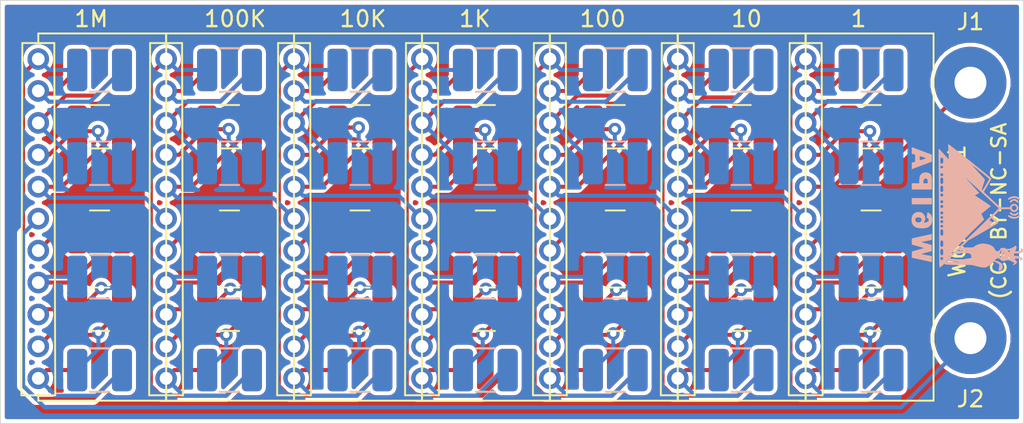
<source format=kicad_pcb>
(kicad_pcb (version 20171130) (host pcbnew "(5.1.4-0)")
  (layers (0 F.Cu signal) (31 B.Cu signal) (34 B.Paste user) (35 F.Paste user) (36 B.SilkS user) (37 F.SilkS user) (38 B.Mask user) (39 F.Mask user) (44 Edge.Cuts user))
  (net 0 "")
  (net 1 "Net-(R1-Pad2)")
  (net 2 "Net-(R2-Pad2)")
  (net 3 "Net-(R3-Pad2)")
  (net 4 "Net-(R4-Pad2)")
  (net 5 "Net-(R5-Pad2)")
  (net 6 "Net-(R6-Pad2)")
  (net 7 "Net-(R7-Pad2)")
  (net 8 "Net-(R8-Pad2)")
  (net 9 "Net-(R9-Pad2)")
  (net 10 "Net-(R10-Pad2)")
  (net 11 "Net-(R11-Pad2)")
  (net 12 "Net-(R12-Pad2)")
  (net 13 "Net-(R13-Pad2)")
  (net 14 "Net-(R14-Pad2)")
  (net 15 "Net-(R15-Pad2)")
  (net 16 "Net-(R16-Pad2)")
  (net 17 "Net-(R17-Pad2)")
  (net 18 "Net-(R18-Pad2)")
  (net 19 "Net-(R19-Pad2)")
  (net 20 "Net-(R20-Pad2)")
  (net 21 "Net-(R21-Pad2)")
  (net 22 "Net-(R22-Pad2)")
  (net 23 "Net-(R23-Pad2)")
  (net 24 "Net-(R24-Pad2)")
  (net 25 "Net-(R25-Pad2)")
  (net 26 "Net-(R26-Pad2)")
  (net 27 "Net-(R27-Pad2)")
  (net 28 "Net-(R28-Pad2)")
  (net 29 "Net-(R29-Pad2)")
  (net 30 "Net-(R30-Pad2)")
  (net 31 "Net-(R31-Pad2)")
  (net 32 "Net-(R32-Pad2)")
  (net 33 "Net-(R33-Pad2)")
  (net 34 "Net-(R34-Pad2)")
  (net 35 "Net-(R35-Pad2)")
  (net 36 "Net-(R36-Pad2)")
  (net 37 "Net-(R37-Pad2)")
  (net 38 "Net-(R38-Pad2)")
  (net 39 "Net-(R39-Pad2)")
  (net 40 "Net-(R40-Pad2)")
  (net 41 "Net-(R41-Pad2)")
  (net 42 "Net-(R42-Pad2)")
  (net 43 "Net-(R43-Pad2)")
  (net 44 "Net-(R44-Pad2)")
  (net 45 "Net-(R45-Pad2)")
  (net 46 "Net-(R46-Pad2)")
  (net 47 "Net-(R47-Pad2)")
  (net 48 "Net-(R48-Pad2)")
  (net 49 "Net-(R49-Pad2)")
  (net 50 "Net-(R50-Pad2)")
  (net 51 "Net-(R51-Pad2)")
  (net 52 "Net-(R52-Pad2)")
  (net 53 "Net-(R53-Pad2)")
  (net 54 "Net-(R54-Pad2)")
  (net 55 "Net-(R55-Pad2)")
  (net 56 "Net-(R56-Pad2)")
  (net 57 "Net-(R57-Pad2)")
  (net 58 "Net-(R58-Pad2)")
  (net 59 "Net-(R59-Pad2)")
  (net 60 "Net-(R60-Pad2)")
  (net 61 "Net-(R61-Pad2)")
  (net 62 "Net-(R62-Pad2)")
  (net 63 "Net-(R63-Pad2)")
  (net 64 RCommon)
  (net 65 Resistances)
  (net 66 "Net-(R1-Pad1)")
  (net 67 "Net-(R10-Pad1)")
  (net 68 "Net-(R19-Pad1)")
  (net 69 "Net-(R28-Pad1)")
  (net 70 "Net-(R37-Pad1)")
  (net 71 "Net-(R46-Pad1)")
  (module w6ipa-footprints:W6IPA-Logo-9mmx8mm (layer B.Cu) (at 124.2568 -56.3372 90)
    (fp_text reference LOGO1 hide)
    (fp_text value dahu-logo hide)
  )
  (module thumbwheel:Switch_Thumbwheel_Digital (layer F.Cu) (at 114.3762 -66.929)
    (fp_text reference SW13 hide)
    (fp_text value SW_Rotary10 hide)
    (pad 3 thru_hole circle (at 0 3.6) (size 1.35 1.35) (drill 0.8) (layers *.Cu *.Mask) (net 57 "Net-(R57-Pad2)"))
    (pad 1 thru_hole circle (at 0 7.6) (size 1.35 1.35) (drill 0.8) (layers *.Cu *.Mask) (net 55 "Net-(R55-Pad2)"))
    (pad 7 thru_hole circle (at 0 17.6) (size 1.35 1.35) (drill 0.8) (layers *.Cu *.Mask) (net 61 "Net-(R61-Pad2)"))
    (pad 6 thru_hole circle (at 0 19.6) (size 1.35 1.35) (drill 0.8) (layers *.Cu *.Mask) (net 60 "Net-(R60-Pad2)"))
    (pad 0 thru_hole circle (at 0 9.6) (size 1.35 1.35) (drill 0.8) (layers *.Cu *.Mask) (net 65 Resistances))
    (pad C thru_hole circle (at 0 11.6) (size 1.35 1.35) (drill 0.8) (layers *.Cu *.Mask) (net 71 "Net-(R46-Pad1)"))
    (pad 4 thru_hole circle (at 0 1.6) (size 1.35 1.35) (drill 0.8) (layers *.Cu *.Mask) (net 58 "Net-(R58-Pad2)"))
    (pad 5 thru_hole circle (at 0 21.6) (size 1.35 1.35) (drill 0.8) (layers *.Cu *.Mask) (net 59 "Net-(R59-Pad2)"))
    (pad 2 thru_hole circle (at 0 5.6) (size 1.35 1.35) (drill 0.8) (layers *.Cu *.Mask) (net 56 "Net-(R56-Pad2)"))
    (pad 9 thru_hole circle (at 0 13.6) (size 1.35 1.35) (drill 0.8) (layers *.Cu *.Mask) (net 63 "Net-(R63-Pad2)"))
    (pad 8 thru_hole circle (at 0 15.6) (size 1.35 1.35) (drill 0.8) (layers *.Cu *.Mask) (net 62 "Net-(R62-Pad2)"))
  )
  (module Connector_Wire:SolderWirePad_1x01_Drill2mm (layer F.Cu) (at 124.6836 -47.845 180)
    (fp_text reference J2 (at 0 -3.81) (layer F.SilkS))
    (fp_text value Conn_01x01_Female)
    (pad 1 thru_hole circle (at 0 0 180) (size 4.50088 4.50088) (drill 1.99898) (layers *.Cu *.Mask) (net 64 RCommon))
  )
  (module Connector_Wire:SolderWirePad_1x01_Drill2mm (layer F.Cu) (at 124.6836 -63.845)
    (fp_text reference J1 (at 0 -3.81) (layer F.SilkS))
    (fp_text value Conn_01x01_Female)
    (pad 1 thru_hole circle (at 0 0) (size 4.50088 4.50088) (drill 1.99898) (layers *.Cu *.Mask) (net 65 Resistances))
  )
  (module thumbwheel:Switch_Thumbwheel_Digital (layer F.Cu) (at 106.3752 -66.929)
    (fp_text reference SW12 hide)
    (fp_text value SW_Rotary10 hide)
    (pad 3 thru_hole circle (at 0 3.6) (size 1.35 1.35) (drill 0.8) (layers *.Cu *.Mask) (net 48 "Net-(R48-Pad2)"))
    (pad 1 thru_hole circle (at 0 7.6) (size 1.35 1.35) (drill 0.8) (layers *.Cu *.Mask) (net 46 "Net-(R46-Pad2)"))
    (pad 7 thru_hole circle (at 0 17.6) (size 1.35 1.35) (drill 0.8) (layers *.Cu *.Mask) (net 52 "Net-(R52-Pad2)"))
    (pad 6 thru_hole circle (at 0 19.6) (size 1.35 1.35) (drill 0.8) (layers *.Cu *.Mask) (net 51 "Net-(R51-Pad2)"))
    (pad 0 thru_hole circle (at 0 9.6) (size 1.35 1.35) (drill 0.8) (layers *.Cu *.Mask) (net 71 "Net-(R46-Pad1)"))
    (pad C thru_hole circle (at 0 11.6) (size 1.35 1.35) (drill 0.8) (layers *.Cu *.Mask) (net 70 "Net-(R37-Pad1)"))
    (pad 4 thru_hole circle (at 0 1.6) (size 1.35 1.35) (drill 0.8) (layers *.Cu *.Mask) (net 49 "Net-(R49-Pad2)"))
    (pad 5 thru_hole circle (at 0 21.6) (size 1.35 1.35) (drill 0.8) (layers *.Cu *.Mask) (net 50 "Net-(R50-Pad2)"))
    (pad 2 thru_hole circle (at 0 5.6) (size 1.35 1.35) (drill 0.8) (layers *.Cu *.Mask) (net 47 "Net-(R47-Pad2)"))
    (pad 9 thru_hole circle (at 0 13.6) (size 1.35 1.35) (drill 0.8) (layers *.Cu *.Mask) (net 54 "Net-(R54-Pad2)"))
    (pad 8 thru_hole circle (at 0 15.6) (size 1.35 1.35) (drill 0.8) (layers *.Cu *.Mask) (net 53 "Net-(R53-Pad2)"))
  )
  (module thumbwheel:Switch_Thumbwheel_Digital (layer F.Cu) (at 98.3742 -66.929)
    (fp_text reference SW9 hide)
    (fp_text value SW_Rotary10 hide)
    (pad 3 thru_hole circle (at 0 3.6) (size 1.35 1.35) (drill 0.8) (layers *.Cu *.Mask) (net 39 "Net-(R39-Pad2)"))
    (pad 1 thru_hole circle (at 0 7.6) (size 1.35 1.35) (drill 0.8) (layers *.Cu *.Mask) (net 37 "Net-(R37-Pad2)"))
    (pad 7 thru_hole circle (at 0 17.6) (size 1.35 1.35) (drill 0.8) (layers *.Cu *.Mask) (net 43 "Net-(R43-Pad2)"))
    (pad 6 thru_hole circle (at 0 19.6) (size 1.35 1.35) (drill 0.8) (layers *.Cu *.Mask) (net 42 "Net-(R42-Pad2)"))
    (pad 0 thru_hole circle (at 0 9.6) (size 1.35 1.35) (drill 0.8) (layers *.Cu *.Mask) (net 70 "Net-(R37-Pad1)"))
    (pad C thru_hole circle (at 0 11.6) (size 1.35 1.35) (drill 0.8) (layers *.Cu *.Mask) (net 69 "Net-(R28-Pad1)"))
    (pad 4 thru_hole circle (at 0 1.6) (size 1.35 1.35) (drill 0.8) (layers *.Cu *.Mask) (net 40 "Net-(R40-Pad2)"))
    (pad 5 thru_hole circle (at 0 21.6) (size 1.35 1.35) (drill 0.8) (layers *.Cu *.Mask) (net 41 "Net-(R41-Pad2)"))
    (pad 2 thru_hole circle (at 0 5.6) (size 1.35 1.35) (drill 0.8) (layers *.Cu *.Mask) (net 38 "Net-(R38-Pad2)"))
    (pad 9 thru_hole circle (at 0 13.6) (size 1.35 1.35) (drill 0.8) (layers *.Cu *.Mask) (net 45 "Net-(R45-Pad2)"))
    (pad 8 thru_hole circle (at 0 15.6) (size 1.35 1.35) (drill 0.8) (layers *.Cu *.Mask) (net 44 "Net-(R44-Pad2)"))
  )
  (module thumbwheel:Switch_Thumbwheel_Digital (layer F.Cu) (at 90.3732 -66.929)
    (fp_text reference SW8 hide)
    (fp_text value SW_Rotary10 hide)
    (pad 3 thru_hole circle (at 0 3.6) (size 1.35 1.35) (drill 0.8) (layers *.Cu *.Mask) (net 30 "Net-(R30-Pad2)"))
    (pad 1 thru_hole circle (at 0 7.6) (size 1.35 1.35) (drill 0.8) (layers *.Cu *.Mask) (net 28 "Net-(R28-Pad2)"))
    (pad 7 thru_hole circle (at 0 17.6) (size 1.35 1.35) (drill 0.8) (layers *.Cu *.Mask) (net 34 "Net-(R34-Pad2)"))
    (pad 6 thru_hole circle (at 0 19.6) (size 1.35 1.35) (drill 0.8) (layers *.Cu *.Mask) (net 33 "Net-(R33-Pad2)"))
    (pad 0 thru_hole circle (at 0 9.6) (size 1.35 1.35) (drill 0.8) (layers *.Cu *.Mask) (net 69 "Net-(R28-Pad1)"))
    (pad C thru_hole circle (at 0 11.6) (size 1.35 1.35) (drill 0.8) (layers *.Cu *.Mask) (net 68 "Net-(R19-Pad1)"))
    (pad 4 thru_hole circle (at 0 1.6) (size 1.35 1.35) (drill 0.8) (layers *.Cu *.Mask) (net 31 "Net-(R31-Pad2)"))
    (pad 5 thru_hole circle (at 0 21.6) (size 1.35 1.35) (drill 0.8) (layers *.Cu *.Mask) (net 32 "Net-(R32-Pad2)"))
    (pad 2 thru_hole circle (at 0 5.6) (size 1.35 1.35) (drill 0.8) (layers *.Cu *.Mask) (net 29 "Net-(R29-Pad2)"))
    (pad 9 thru_hole circle (at 0 13.6) (size 1.35 1.35) (drill 0.8) (layers *.Cu *.Mask) (net 36 "Net-(R36-Pad2)"))
    (pad 8 thru_hole circle (at 0 15.6) (size 1.35 1.35) (drill 0.8) (layers *.Cu *.Mask) (net 35 "Net-(R35-Pad2)"))
  )
  (module thumbwheel:Switch_Thumbwheel_Digital (layer F.Cu) (at 82.3722 -66.929)
    (fp_text reference SW6 hide)
    (fp_text value SW_Rotary10 hide)
    (pad 3 thru_hole circle (at 0 3.6) (size 1.35 1.35) (drill 0.8) (layers *.Cu *.Mask) (net 21 "Net-(R21-Pad2)"))
    (pad 1 thru_hole circle (at 0 7.6) (size 1.35 1.35) (drill 0.8) (layers *.Cu *.Mask) (net 19 "Net-(R19-Pad2)"))
    (pad 7 thru_hole circle (at 0 17.6) (size 1.35 1.35) (drill 0.8) (layers *.Cu *.Mask) (net 25 "Net-(R25-Pad2)"))
    (pad 6 thru_hole circle (at 0 19.6) (size 1.35 1.35) (drill 0.8) (layers *.Cu *.Mask) (net 24 "Net-(R24-Pad2)"))
    (pad 0 thru_hole circle (at 0 9.6) (size 1.35 1.35) (drill 0.8) (layers *.Cu *.Mask) (net 68 "Net-(R19-Pad1)"))
    (pad C thru_hole circle (at 0 11.6) (size 1.35 1.35) (drill 0.8) (layers *.Cu *.Mask) (net 67 "Net-(R10-Pad1)"))
    (pad 4 thru_hole circle (at 0 1.6) (size 1.35 1.35) (drill 0.8) (layers *.Cu *.Mask) (net 22 "Net-(R22-Pad2)"))
    (pad 5 thru_hole circle (at 0 21.6) (size 1.35 1.35) (drill 0.8) (layers *.Cu *.Mask) (net 23 "Net-(R23-Pad2)"))
    (pad 2 thru_hole circle (at 0 5.6) (size 1.35 1.35) (drill 0.8) (layers *.Cu *.Mask) (net 20 "Net-(R20-Pad2)"))
    (pad 9 thru_hole circle (at 0 13.6) (size 1.35 1.35) (drill 0.8) (layers *.Cu *.Mask) (net 27 "Net-(R27-Pad2)"))
    (pad 8 thru_hole circle (at 0 15.6) (size 1.35 1.35) (drill 0.8) (layers *.Cu *.Mask) (net 26 "Net-(R26-Pad2)"))
  )
  (module thumbwheel:Switch_Thumbwheel_Digital (layer F.Cu) (at 74.3658 -66.929)
    (fp_text reference SW4 hide)
    (fp_text value SW_Rotary10 hide)
    (pad 3 thru_hole circle (at 0 3.6) (size 1.35 1.35) (drill 0.8) (layers *.Cu *.Mask) (net 12 "Net-(R12-Pad2)"))
    (pad 1 thru_hole circle (at 0 7.6) (size 1.35 1.35) (drill 0.8) (layers *.Cu *.Mask) (net 10 "Net-(R10-Pad2)"))
    (pad 7 thru_hole circle (at 0 17.6) (size 1.35 1.35) (drill 0.8) (layers *.Cu *.Mask) (net 16 "Net-(R16-Pad2)"))
    (pad 6 thru_hole circle (at 0 19.6) (size 1.35 1.35) (drill 0.8) (layers *.Cu *.Mask) (net 15 "Net-(R15-Pad2)"))
    (pad 0 thru_hole circle (at 0 9.6) (size 1.35 1.35) (drill 0.8) (layers *.Cu *.Mask) (net 67 "Net-(R10-Pad1)"))
    (pad C thru_hole circle (at 0 11.6) (size 1.35 1.35) (drill 0.8) (layers *.Cu *.Mask) (net 66 "Net-(R1-Pad1)"))
    (pad 4 thru_hole circle (at 0 1.6) (size 1.35 1.35) (drill 0.8) (layers *.Cu *.Mask) (net 13 "Net-(R13-Pad2)"))
    (pad 5 thru_hole circle (at 0 21.6) (size 1.35 1.35) (drill 0.8) (layers *.Cu *.Mask) (net 14 "Net-(R14-Pad2)"))
    (pad 2 thru_hole circle (at 0 5.6) (size 1.35 1.35) (drill 0.8) (layers *.Cu *.Mask) (net 11 "Net-(R11-Pad2)"))
    (pad 9 thru_hole circle (at 0 13.6) (size 1.35 1.35) (drill 0.8) (layers *.Cu *.Mask) (net 18 "Net-(R18-Pad2)"))
    (pad 8 thru_hole circle (at 0 15.6) (size 1.35 1.35) (drill 0.8) (layers *.Cu *.Mask) (net 17 "Net-(R17-Pad2)"))
  )
  (module thumbwheel:Switch_Thumbwheel_Digital (layer F.Cu) (at 66.3702 -66.929)
    (fp_text reference SW1 hide)
    (fp_text value SW_Rotary10 hide)
    (pad 3 thru_hole circle (at 0 3.6) (size 1.35 1.35) (drill 0.8) (layers *.Cu *.Mask) (net 3 "Net-(R3-Pad2)"))
    (pad 1 thru_hole circle (at 0 7.6) (size 1.35 1.35) (drill 0.8) (layers *.Cu *.Mask) (net 1 "Net-(R1-Pad2)"))
    (pad 7 thru_hole circle (at 0 17.6) (size 1.35 1.35) (drill 0.8) (layers *.Cu *.Mask) (net 7 "Net-(R7-Pad2)"))
    (pad 6 thru_hole circle (at 0 19.6) (size 1.35 1.35) (drill 0.8) (layers *.Cu *.Mask) (net 6 "Net-(R6-Pad2)"))
    (pad 0 thru_hole circle (at 0 9.6) (size 1.35 1.35) (drill 0.8) (layers *.Cu *.Mask) (net 66 "Net-(R1-Pad1)"))
    (pad C thru_hole circle (at 0 11.6) (size 1.35 1.35) (drill 0.8) (layers *.Cu *.Mask) (net 64 RCommon))
    (pad 4 thru_hole circle (at 0 1.6) (size 1.35 1.35) (drill 0.8) (layers *.Cu *.Mask) (net 4 "Net-(R4-Pad2)"))
    (pad 5 thru_hole circle (at 0 21.6) (size 1.35 1.35) (drill 0.8) (layers *.Cu *.Mask) (net 5 "Net-(R5-Pad2)"))
    (pad 2 thru_hole circle (at 0 5.6) (size 1.35 1.35) (drill 0.8) (layers *.Cu *.Mask) (net 2 "Net-(R2-Pad2)"))
    (pad 9 thru_hole circle (at 0 13.6) (size 1.35 1.35) (drill 0.8) (layers *.Cu *.Mask) (net 9 "Net-(R9-Pad2)"))
    (pad 8 thru_hole circle (at 0 15.6) (size 1.35 1.35) (drill 0.8) (layers *.Cu *.Mask) (net 8 "Net-(R8-Pad2)"))
  )
  (module Resistor_SMD:R_1210_3225Metric (layer F.Cu) (at 118.4656 -54.483 180)
    (fp_text reference R63 hide)
    (fp_text value 1M)
    (pad 2 smd roundrect (at 1.4 0 180) (size 1.25 2.65) (layers F.Cu F.Paste F.Mask) (roundrect_rratio 0.2) (net 63 "Net-(R63-Pad2)"))
    (pad 1 smd roundrect (at -1.4 0 180) (size 1.25 2.65) (layers F.Cu F.Paste F.Mask) (roundrect_rratio 0.2) (net 62 "Net-(R62-Pad2)"))
  )
  (module Resistor_SMD:R_1210_3225Metric (layer B.Cu) (at 118.4656 -51.689 180)
    (fp_text reference R62 hide)
    (fp_text value 1M)
    (pad 2 smd roundrect (at 1.4 0 180) (size 1.25 2.65) (layers B.Cu B.Paste B.Mask) (roundrect_rratio 0.2) (net 62 "Net-(R62-Pad2)"))
    (pad 1 smd roundrect (at -1.4 0 180) (size 1.25 2.65) (layers B.Cu B.Paste B.Mask) (roundrect_rratio 0.2) (net 61 "Net-(R61-Pad2)"))
  )
  (module Resistor_SMD:R_1210_3225Metric (layer F.Cu) (at 118.4656 -49.657 180)
    (fp_text reference R61 hide)
    (fp_text value 1M)
    (pad 2 smd roundrect (at 1.4 0 180) (size 1.25 2.65) (layers F.Cu F.Paste F.Mask) (roundrect_rratio 0.2) (net 61 "Net-(R61-Pad2)"))
    (pad 1 smd roundrect (at -1.4 0 180) (size 1.25 2.65) (layers F.Cu F.Paste F.Mask) (roundrect_rratio 0.2) (net 60 "Net-(R60-Pad2)"))
  )
  (module Resistor_SMD:R_1210_3225Metric (layer B.Cu) (at 118.4656 -45.847 180)
    (fp_text reference R60 hide)
    (fp_text value 1M)
    (pad 2 smd roundrect (at 1.4 0 180) (size 1.25 2.65) (layers B.Cu B.Paste B.Mask) (roundrect_rratio 0.2) (net 60 "Net-(R60-Pad2)"))
    (pad 1 smd roundrect (at -1.4 0 180) (size 1.25 2.65) (layers B.Cu B.Paste B.Mask) (roundrect_rratio 0.2) (net 59 "Net-(R59-Pad2)"))
  )
  (module Resistor_SMD:R_1210_3225Metric (layer F.Cu) (at 118.4656 -45.847 180)
    (fp_text reference R59 hide)
    (fp_text value 1M)
    (pad 2 smd roundrect (at 1.4 0 180) (size 1.25 2.65) (layers F.Cu F.Paste F.Mask) (roundrect_rratio 0.2) (net 59 "Net-(R59-Pad2)"))
    (pad 1 smd roundrect (at -1.4 0 180) (size 1.25 2.65) (layers F.Cu F.Paste F.Mask) (roundrect_rratio 0.2) (net 58 "Net-(R58-Pad2)"))
  )
  (module Resistor_SMD:R_1210_3225Metric (layer B.Cu) (at 118.4656 -64.643 180)
    (fp_text reference R58 hide)
    (fp_text value 1M)
    (pad 2 smd roundrect (at 1.4 0 180) (size 1.25 2.65) (layers B.Cu B.Paste B.Mask) (roundrect_rratio 0.2) (net 58 "Net-(R58-Pad2)"))
    (pad 1 smd roundrect (at -1.4 0 180) (size 1.25 2.65) (layers B.Cu B.Paste B.Mask) (roundrect_rratio 0.2) (net 57 "Net-(R57-Pad2)"))
  )
  (module Resistor_SMD:R_1210_3225Metric (layer F.Cu) (at 118.4656 -64.643 180)
    (fp_text reference R57 hide)
    (fp_text value 1M)
    (pad 2 smd roundrect (at 1.4 0 180) (size 1.25 2.65) (layers F.Cu F.Paste F.Mask) (roundrect_rratio 0.2) (net 57 "Net-(R57-Pad2)"))
    (pad 1 smd roundrect (at -1.4 0 180) (size 1.25 2.65) (layers F.Cu F.Paste F.Mask) (roundrect_rratio 0.2) (net 56 "Net-(R56-Pad2)"))
  )
  (module Resistor_SMD:R_1210_3225Metric (layer B.Cu) (at 118.4656 -58.801 180)
    (fp_text reference R56 hide)
    (fp_text value 1M)
    (pad 2 smd roundrect (at 1.4 0 180) (size 1.25 2.65) (layers B.Cu B.Paste B.Mask) (roundrect_rratio 0.2) (net 56 "Net-(R56-Pad2)"))
    (pad 1 smd roundrect (at -1.4 0 180) (size 1.25 2.65) (layers B.Cu B.Paste B.Mask) (roundrect_rratio 0.2) (net 55 "Net-(R55-Pad2)"))
  )
  (module Resistor_SMD:R_1210_3225Metric (layer F.Cu) (at 118.4656 -61.087 180)
    (fp_text reference R55 hide)
    (fp_text value 1M)
    (pad 2 smd roundrect (at 1.4 0 180) (size 1.25 2.65) (layers F.Cu F.Paste F.Mask) (roundrect_rratio 0.2) (net 55 "Net-(R55-Pad2)"))
    (pad 1 smd roundrect (at -1.4 0 180) (size 1.25 2.65) (layers F.Cu F.Paste F.Mask) (roundrect_rratio 0.2) (net 65 Resistances))
  )
  (module Resistor_SMD:R_1210_3225Metric (layer F.Cu) (at 110.3376 -54.483 180)
    (fp_text reference R54 hide)
    (fp_text value 100k)
    (pad 2 smd roundrect (at 1.4 0 180) (size 1.25 2.65) (layers F.Cu F.Paste F.Mask) (roundrect_rratio 0.2) (net 54 "Net-(R54-Pad2)"))
    (pad 1 smd roundrect (at -1.4 0 180) (size 1.25 2.65) (layers F.Cu F.Paste F.Mask) (roundrect_rratio 0.2) (net 53 "Net-(R53-Pad2)"))
  )
  (module Resistor_SMD:R_1210_3225Metric (layer B.Cu) (at 110.3376 -51.689 180)
    (fp_text reference R53 hide)
    (fp_text value 100k)
    (pad 2 smd roundrect (at 1.4 0 180) (size 1.25 2.65) (layers B.Cu B.Paste B.Mask) (roundrect_rratio 0.2) (net 53 "Net-(R53-Pad2)"))
    (pad 1 smd roundrect (at -1.4 0 180) (size 1.25 2.65) (layers B.Cu B.Paste B.Mask) (roundrect_rratio 0.2) (net 52 "Net-(R52-Pad2)"))
  )
  (module Resistor_SMD:R_1210_3225Metric (layer F.Cu) (at 110.3376 -49.657 180)
    (fp_text reference R52 hide)
    (fp_text value 100k)
    (pad 2 smd roundrect (at 1.4 0 180) (size 1.25 2.65) (layers F.Cu F.Paste F.Mask) (roundrect_rratio 0.2) (net 52 "Net-(R52-Pad2)"))
    (pad 1 smd roundrect (at -1.4 0 180) (size 1.25 2.65) (layers F.Cu F.Paste F.Mask) (roundrect_rratio 0.2) (net 51 "Net-(R51-Pad2)"))
  )
  (module Resistor_SMD:R_1210_3225Metric (layer B.Cu) (at 110.3376 -45.847 180)
    (fp_text reference R51 hide)
    (fp_text value 100k)
    (pad 2 smd roundrect (at 1.4 0 180) (size 1.25 2.65) (layers B.Cu B.Paste B.Mask) (roundrect_rratio 0.2) (net 51 "Net-(R51-Pad2)"))
    (pad 1 smd roundrect (at -1.4 0 180) (size 1.25 2.65) (layers B.Cu B.Paste B.Mask) (roundrect_rratio 0.2) (net 50 "Net-(R50-Pad2)"))
  )
  (module Resistor_SMD:R_1210_3225Metric (layer F.Cu) (at 110.3376 -45.847 180)
    (fp_text reference R50 hide)
    (fp_text value 100k)
    (pad 2 smd roundrect (at 1.4 0 180) (size 1.25 2.65) (layers F.Cu F.Paste F.Mask) (roundrect_rratio 0.2) (net 50 "Net-(R50-Pad2)"))
    (pad 1 smd roundrect (at -1.4 0 180) (size 1.25 2.65) (layers F.Cu F.Paste F.Mask) (roundrect_rratio 0.2) (net 49 "Net-(R49-Pad2)"))
  )
  (module Resistor_SMD:R_1210_3225Metric (layer B.Cu) (at 110.3376 -64.643 180)
    (fp_text reference R49 hide)
    (fp_text value 100k)
    (pad 2 smd roundrect (at 1.4 0 180) (size 1.25 2.65) (layers B.Cu B.Paste B.Mask) (roundrect_rratio 0.2) (net 49 "Net-(R49-Pad2)"))
    (pad 1 smd roundrect (at -1.4 0 180) (size 1.25 2.65) (layers B.Cu B.Paste B.Mask) (roundrect_rratio 0.2) (net 48 "Net-(R48-Pad2)"))
  )
  (module Resistor_SMD:R_1210_3225Metric (layer F.Cu) (at 110.3376 -64.643 180)
    (fp_text reference R48 hide)
    (fp_text value 100k)
    (pad 2 smd roundrect (at 1.4 0 180) (size 1.25 2.65) (layers F.Cu F.Paste F.Mask) (roundrect_rratio 0.2) (net 48 "Net-(R48-Pad2)"))
    (pad 1 smd roundrect (at -1.4 0 180) (size 1.25 2.65) (layers F.Cu F.Paste F.Mask) (roundrect_rratio 0.2) (net 47 "Net-(R47-Pad2)"))
  )
  (module Resistor_SMD:R_1210_3225Metric (layer B.Cu) (at 110.3376 -58.801 180)
    (fp_text reference R47 hide)
    (fp_text value 100k)
    (pad 2 smd roundrect (at 1.4 0 180) (size 1.25 2.65) (layers B.Cu B.Paste B.Mask) (roundrect_rratio 0.2) (net 47 "Net-(R47-Pad2)"))
    (pad 1 smd roundrect (at -1.4 0 180) (size 1.25 2.65) (layers B.Cu B.Paste B.Mask) (roundrect_rratio 0.2) (net 46 "Net-(R46-Pad2)"))
  )
  (module Resistor_SMD:R_1210_3225Metric (layer F.Cu) (at 110.3376 -61.087 180)
    (fp_text reference R46 hide)
    (fp_text value 100k)
    (pad 2 smd roundrect (at 1.4 0 180) (size 1.25 2.65) (layers F.Cu F.Paste F.Mask) (roundrect_rratio 0.2) (net 46 "Net-(R46-Pad2)"))
    (pad 1 smd roundrect (at -1.4 0 180) (size 1.25 2.65) (layers F.Cu F.Paste F.Mask) (roundrect_rratio 0.2) (net 71 "Net-(R46-Pad1)"))
  )
  (module Resistor_SMD:R_1210_3225Metric (layer F.Cu) (at 102.4636 -54.483 180)
    (fp_text reference R45 hide)
    (fp_text value 10k)
    (pad 2 smd roundrect (at 1.4 0 180) (size 1.25 2.65) (layers F.Cu F.Paste F.Mask) (roundrect_rratio 0.2) (net 45 "Net-(R45-Pad2)"))
    (pad 1 smd roundrect (at -1.4 0 180) (size 1.25 2.65) (layers F.Cu F.Paste F.Mask) (roundrect_rratio 0.2) (net 44 "Net-(R44-Pad2)"))
  )
  (module Resistor_SMD:R_1210_3225Metric (layer B.Cu) (at 102.4636 -51.689 180)
    (fp_text reference R44 hide)
    (fp_text value 10k)
    (pad 2 smd roundrect (at 1.4 0 180) (size 1.25 2.65) (layers B.Cu B.Paste B.Mask) (roundrect_rratio 0.2) (net 44 "Net-(R44-Pad2)"))
    (pad 1 smd roundrect (at -1.4 0 180) (size 1.25 2.65) (layers B.Cu B.Paste B.Mask) (roundrect_rratio 0.2) (net 43 "Net-(R43-Pad2)"))
  )
  (module Resistor_SMD:R_1210_3225Metric (layer F.Cu) (at 102.4636 -49.657 180)
    (fp_text reference R43 hide)
    (fp_text value 10k)
    (pad 2 smd roundrect (at 1.4 0 180) (size 1.25 2.65) (layers F.Cu F.Paste F.Mask) (roundrect_rratio 0.2) (net 43 "Net-(R43-Pad2)"))
    (pad 1 smd roundrect (at -1.4 0 180) (size 1.25 2.65) (layers F.Cu F.Paste F.Mask) (roundrect_rratio 0.2) (net 42 "Net-(R42-Pad2)"))
  )
  (module Resistor_SMD:R_1210_3225Metric (layer B.Cu) (at 102.4636 -45.847 180)
    (fp_text reference R42 hide)
    (fp_text value 10k)
    (pad 2 smd roundrect (at 1.4 0 180) (size 1.25 2.65) (layers B.Cu B.Paste B.Mask) (roundrect_rratio 0.2) (net 42 "Net-(R42-Pad2)"))
    (pad 1 smd roundrect (at -1.4 0 180) (size 1.25 2.65) (layers B.Cu B.Paste B.Mask) (roundrect_rratio 0.2) (net 41 "Net-(R41-Pad2)"))
  )
  (module Resistor_SMD:R_1210_3225Metric (layer F.Cu) (at 102.4636 -45.847 180)
    (fp_text reference R41 hide)
    (fp_text value 10k)
    (pad 2 smd roundrect (at 1.4 0 180) (size 1.25 2.65) (layers F.Cu F.Paste F.Mask) (roundrect_rratio 0.2) (net 41 "Net-(R41-Pad2)"))
    (pad 1 smd roundrect (at -1.4 0 180) (size 1.25 2.65) (layers F.Cu F.Paste F.Mask) (roundrect_rratio 0.2) (net 40 "Net-(R40-Pad2)"))
  )
  (module Resistor_SMD:R_1210_3225Metric (layer B.Cu) (at 102.4636 -64.643 180)
    (fp_text reference R40 hide)
    (fp_text value 10k)
    (pad 2 smd roundrect (at 1.4 0 180) (size 1.25 2.65) (layers B.Cu B.Paste B.Mask) (roundrect_rratio 0.2) (net 40 "Net-(R40-Pad2)"))
    (pad 1 smd roundrect (at -1.4 0 180) (size 1.25 2.65) (layers B.Cu B.Paste B.Mask) (roundrect_rratio 0.2) (net 39 "Net-(R39-Pad2)"))
  )
  (module Resistor_SMD:R_1210_3225Metric (layer F.Cu) (at 102.4636 -64.643 180)
    (fp_text reference R39 hide)
    (fp_text value 10k)
    (pad 2 smd roundrect (at 1.4 0 180) (size 1.25 2.65) (layers F.Cu F.Paste F.Mask) (roundrect_rratio 0.2) (net 39 "Net-(R39-Pad2)"))
    (pad 1 smd roundrect (at -1.4 0 180) (size 1.25 2.65) (layers F.Cu F.Paste F.Mask) (roundrect_rratio 0.2) (net 38 "Net-(R38-Pad2)"))
  )
  (module Resistor_SMD:R_1210_3225Metric (layer B.Cu) (at 102.4636 -58.801 180)
    (fp_text reference R38 hide)
    (fp_text value 10k)
    (pad 2 smd roundrect (at 1.4 0 180) (size 1.25 2.65) (layers B.Cu B.Paste B.Mask) (roundrect_rratio 0.2) (net 38 "Net-(R38-Pad2)"))
    (pad 1 smd roundrect (at -1.4 0 180) (size 1.25 2.65) (layers B.Cu B.Paste B.Mask) (roundrect_rratio 0.2) (net 37 "Net-(R37-Pad2)"))
  )
  (module Resistor_SMD:R_1210_3225Metric (layer F.Cu) (at 102.4636 -61.087 180)
    (fp_text reference R37 hide)
    (fp_text value 10k)
    (pad 2 smd roundrect (at 1.4 0 180) (size 1.25 2.65) (layers F.Cu F.Paste F.Mask) (roundrect_rratio 0.2) (net 37 "Net-(R37-Pad2)"))
    (pad 1 smd roundrect (at -1.4 0 180) (size 1.25 2.65) (layers F.Cu F.Paste F.Mask) (roundrect_rratio 0.2) (net 70 "Net-(R37-Pad1)"))
  )
  (module Resistor_SMD:R_1210_3225Metric (layer F.Cu) (at 94.3356 -54.483 180)
    (fp_text reference R36 hide)
    (fp_text value 1k)
    (pad 2 smd roundrect (at 1.4 0 180) (size 1.25 2.65) (layers F.Cu F.Paste F.Mask) (roundrect_rratio 0.2) (net 36 "Net-(R36-Pad2)"))
    (pad 1 smd roundrect (at -1.4 0 180) (size 1.25 2.65) (layers F.Cu F.Paste F.Mask) (roundrect_rratio 0.2) (net 35 "Net-(R35-Pad2)"))
  )
  (module Resistor_SMD:R_1210_3225Metric (layer B.Cu) (at 94.3356 -51.689 180)
    (fp_text reference R35 hide)
    (fp_text value 1k)
    (pad 2 smd roundrect (at 1.4 0 180) (size 1.25 2.65) (layers B.Cu B.Paste B.Mask) (roundrect_rratio 0.2) (net 35 "Net-(R35-Pad2)"))
    (pad 1 smd roundrect (at -1.4 0 180) (size 1.25 2.65) (layers B.Cu B.Paste B.Mask) (roundrect_rratio 0.2) (net 34 "Net-(R34-Pad2)"))
  )
  (module Resistor_SMD:R_1210_3225Metric (layer F.Cu) (at 94.3356 -49.657 180)
    (fp_text reference R34 hide)
    (fp_text value 1k)
    (pad 2 smd roundrect (at 1.4 0 180) (size 1.25 2.65) (layers F.Cu F.Paste F.Mask) (roundrect_rratio 0.2) (net 34 "Net-(R34-Pad2)"))
    (pad 1 smd roundrect (at -1.4 0 180) (size 1.25 2.65) (layers F.Cu F.Paste F.Mask) (roundrect_rratio 0.2) (net 33 "Net-(R33-Pad2)"))
  )
  (module Resistor_SMD:R_1210_3225Metric (layer B.Cu) (at 94.3356 -45.847 180)
    (fp_text reference R33 hide)
    (fp_text value 1k)
    (pad 2 smd roundrect (at 1.4 0 180) (size 1.25 2.65) (layers B.Cu B.Paste B.Mask) (roundrect_rratio 0.2) (net 33 "Net-(R33-Pad2)"))
    (pad 1 smd roundrect (at -1.4 0 180) (size 1.25 2.65) (layers B.Cu B.Paste B.Mask) (roundrect_rratio 0.2) (net 32 "Net-(R32-Pad2)"))
  )
  (module Resistor_SMD:R_1210_3225Metric (layer F.Cu) (at 94.3356 -45.847 180)
    (fp_text reference R32 hide)
    (fp_text value 1k)
    (pad 2 smd roundrect (at 1.4 0 180) (size 1.25 2.65) (layers F.Cu F.Paste F.Mask) (roundrect_rratio 0.2) (net 32 "Net-(R32-Pad2)"))
    (pad 1 smd roundrect (at -1.4 0 180) (size 1.25 2.65) (layers F.Cu F.Paste F.Mask) (roundrect_rratio 0.2) (net 31 "Net-(R31-Pad2)"))
  )
  (module Resistor_SMD:R_1210_3225Metric (layer B.Cu) (at 94.3356 -64.643 180)
    (fp_text reference R31 hide)
    (fp_text value 1k)
    (pad 2 smd roundrect (at 1.4 0 180) (size 1.25 2.65) (layers B.Cu B.Paste B.Mask) (roundrect_rratio 0.2) (net 31 "Net-(R31-Pad2)"))
    (pad 1 smd roundrect (at -1.4 0 180) (size 1.25 2.65) (layers B.Cu B.Paste B.Mask) (roundrect_rratio 0.2) (net 30 "Net-(R30-Pad2)"))
  )
  (module Resistor_SMD:R_1210_3225Metric (layer F.Cu) (at 94.3356 -64.643 180)
    (fp_text reference R30 hide)
    (fp_text value 1k)
    (pad 2 smd roundrect (at 1.4 0 180) (size 1.25 2.65) (layers F.Cu F.Paste F.Mask) (roundrect_rratio 0.2) (net 30 "Net-(R30-Pad2)"))
    (pad 1 smd roundrect (at -1.4 0 180) (size 1.25 2.65) (layers F.Cu F.Paste F.Mask) (roundrect_rratio 0.2) (net 29 "Net-(R29-Pad2)"))
  )
  (module Resistor_SMD:R_1210_3225Metric (layer B.Cu) (at 94.3356 -58.801 180)
    (fp_text reference R29 hide)
    (fp_text value 1k)
    (pad 2 smd roundrect (at 1.4 0 180) (size 1.25 2.65) (layers B.Cu B.Paste B.Mask) (roundrect_rratio 0.2) (net 29 "Net-(R29-Pad2)"))
    (pad 1 smd roundrect (at -1.4 0 180) (size 1.25 2.65) (layers B.Cu B.Paste B.Mask) (roundrect_rratio 0.2) (net 28 "Net-(R28-Pad2)"))
  )
  (module Resistor_SMD:R_1210_3225Metric (layer F.Cu) (at 94.3356 -61.087 180)
    (fp_text reference R28 hide)
    (fp_text value 1k)
    (pad 2 smd roundrect (at 1.4 0 180) (size 1.25 2.65) (layers F.Cu F.Paste F.Mask) (roundrect_rratio 0.2) (net 28 "Net-(R28-Pad2)"))
    (pad 1 smd roundrect (at -1.4 0 180) (size 1.25 2.65) (layers F.Cu F.Paste F.Mask) (roundrect_rratio 0.2) (net 69 "Net-(R28-Pad1)"))
  )
  (module Resistor_SMD:R_1210_3225Metric (layer F.Cu) (at 86.49716 -54.483 180)
    (fp_text reference R27 hide)
    (fp_text value 100)
    (pad 2 smd roundrect (at 1.4 0 180) (size 1.25 2.65) (layers F.Cu F.Paste F.Mask) (roundrect_rratio 0.2) (net 27 "Net-(R27-Pad2)"))
    (pad 1 smd roundrect (at -1.4 0 180) (size 1.25 2.65) (layers F.Cu F.Paste F.Mask) (roundrect_rratio 0.2) (net 26 "Net-(R26-Pad2)"))
  )
  (module Resistor_SMD:R_1210_3225Metric (layer B.Cu) (at 86.49716 -51.689 180)
    (fp_text reference R26 hide)
    (fp_text value 100)
    (pad 2 smd roundrect (at 1.4 0 180) (size 1.25 2.65) (layers B.Cu B.Paste B.Mask) (roundrect_rratio 0.2) (net 26 "Net-(R26-Pad2)"))
    (pad 1 smd roundrect (at -1.4 0 180) (size 1.25 2.65) (layers B.Cu B.Paste B.Mask) (roundrect_rratio 0.2) (net 25 "Net-(R25-Pad2)"))
  )
  (module Resistor_SMD:R_1210_3225Metric (layer F.Cu) (at 86.49716 -49.657 180)
    (fp_text reference R25 hide)
    (fp_text value 100)
    (pad 2 smd roundrect (at 1.4 0 180) (size 1.25 2.65) (layers F.Cu F.Paste F.Mask) (roundrect_rratio 0.2) (net 25 "Net-(R25-Pad2)"))
    (pad 1 smd roundrect (at -1.4 0 180) (size 1.25 2.65) (layers F.Cu F.Paste F.Mask) (roundrect_rratio 0.2) (net 24 "Net-(R24-Pad2)"))
  )
  (module Resistor_SMD:R_1210_3225Metric (layer B.Cu) (at 86.49716 -45.847 180)
    (fp_text reference R24 hide)
    (fp_text value 100)
    (pad 2 smd roundrect (at 1.4 0 180) (size 1.25 2.65) (layers B.Cu B.Paste B.Mask) (roundrect_rratio 0.2) (net 24 "Net-(R24-Pad2)"))
    (pad 1 smd roundrect (at -1.4 0 180) (size 1.25 2.65) (layers B.Cu B.Paste B.Mask) (roundrect_rratio 0.2) (net 23 "Net-(R23-Pad2)"))
  )
  (module Resistor_SMD:R_1210_3225Metric (layer F.Cu) (at 86.49716 -45.847 180)
    (fp_text reference R23 hide)
    (fp_text value 100)
    (pad 2 smd roundrect (at 1.4 0 180) (size 1.25 2.65) (layers F.Cu F.Paste F.Mask) (roundrect_rratio 0.2) (net 23 "Net-(R23-Pad2)"))
    (pad 1 smd roundrect (at -1.4 0 180) (size 1.25 2.65) (layers F.Cu F.Paste F.Mask) (roundrect_rratio 0.2) (net 22 "Net-(R22-Pad2)"))
  )
  (module Resistor_SMD:R_1210_3225Metric (layer B.Cu) (at 86.49716 -64.643 180)
    (fp_text reference R22 hide)
    (fp_text value 100)
    (pad 2 smd roundrect (at 1.4 0 180) (size 1.25 2.65) (layers B.Cu B.Paste B.Mask) (roundrect_rratio 0.2) (net 22 "Net-(R22-Pad2)"))
    (pad 1 smd roundrect (at -1.4 0 180) (size 1.25 2.65) (layers B.Cu B.Paste B.Mask) (roundrect_rratio 0.2) (net 21 "Net-(R21-Pad2)"))
  )
  (module Resistor_SMD:R_1210_3225Metric (layer F.Cu) (at 86.49716 -64.643 180)
    (fp_text reference R21 hide)
    (fp_text value 100)
    (pad 2 smd roundrect (at 1.4 0 180) (size 1.25 2.65) (layers F.Cu F.Paste F.Mask) (roundrect_rratio 0.2) (net 21 "Net-(R21-Pad2)"))
    (pad 1 smd roundrect (at -1.4 0 180) (size 1.25 2.65) (layers F.Cu F.Paste F.Mask) (roundrect_rratio 0.2) (net 20 "Net-(R20-Pad2)"))
  )
  (module Resistor_SMD:R_1210_3225Metric (layer B.Cu) (at 86.49716 -58.801 180)
    (fp_text reference R20 hide)
    (fp_text value 100)
    (pad 2 smd roundrect (at 1.4 0 180) (size 1.25 2.65) (layers B.Cu B.Paste B.Mask) (roundrect_rratio 0.2) (net 20 "Net-(R20-Pad2)"))
    (pad 1 smd roundrect (at -1.4 0 180) (size 1.25 2.65) (layers B.Cu B.Paste B.Mask) (roundrect_rratio 0.2) (net 19 "Net-(R19-Pad2)"))
  )
  (module Resistor_SMD:R_1210_3225Metric (layer F.Cu) (at 86.49716 -61.087 180)
    (fp_text reference R19 hide)
    (fp_text value 100)
    (pad 2 smd roundrect (at 1.4 0 180) (size 1.25 2.65) (layers F.Cu F.Paste F.Mask) (roundrect_rratio 0.2) (net 19 "Net-(R19-Pad2)"))
    (pad 1 smd roundrect (at -1.4 0 180) (size 1.25 2.65) (layers F.Cu F.Paste F.Mask) (roundrect_rratio 0.2) (net 68 "Net-(R19-Pad1)"))
  )
  (module Resistor_SMD:R_1210_3225Metric (layer F.Cu) (at 78.3336 -54.483 180)
    (fp_text reference R18 hide)
    (fp_text value 10)
    (pad 2 smd roundrect (at 1.4 0 180) (size 1.25 2.65) (layers F.Cu F.Paste F.Mask) (roundrect_rratio 0.2) (net 18 "Net-(R18-Pad2)"))
    (pad 1 smd roundrect (at -1.4 0 180) (size 1.25 2.65) (layers F.Cu F.Paste F.Mask) (roundrect_rratio 0.2) (net 17 "Net-(R17-Pad2)"))
  )
  (module Resistor_SMD:R_1210_3225Metric (layer B.Cu) (at 78.3336 -51.689 180)
    (fp_text reference R17 hide)
    (fp_text value 10)
    (pad 2 smd roundrect (at 1.4 0 180) (size 1.25 2.65) (layers B.Cu B.Paste B.Mask) (roundrect_rratio 0.2) (net 17 "Net-(R17-Pad2)"))
    (pad 1 smd roundrect (at -1.4 0 180) (size 1.25 2.65) (layers B.Cu B.Paste B.Mask) (roundrect_rratio 0.2) (net 16 "Net-(R16-Pad2)"))
  )
  (module Resistor_SMD:R_1210_3225Metric (layer F.Cu) (at 78.3336 -49.657 180)
    (fp_text reference R16 hide)
    (fp_text value 10)
    (pad 2 smd roundrect (at 1.4 0 180) (size 1.25 2.65) (layers F.Cu F.Paste F.Mask) (roundrect_rratio 0.2) (net 16 "Net-(R16-Pad2)"))
    (pad 1 smd roundrect (at -1.4 0 180) (size 1.25 2.65) (layers F.Cu F.Paste F.Mask) (roundrect_rratio 0.2) (net 15 "Net-(R15-Pad2)"))
  )
  (module Resistor_SMD:R_1210_3225Metric (layer B.Cu) (at 78.3336 -45.847 180)
    (fp_text reference R15 hide)
    (fp_text value 10)
    (pad 2 smd roundrect (at 1.4 0 180) (size 1.25 2.65) (layers B.Cu B.Paste B.Mask) (roundrect_rratio 0.2) (net 15 "Net-(R15-Pad2)"))
    (pad 1 smd roundrect (at -1.4 0 180) (size 1.25 2.65) (layers B.Cu B.Paste B.Mask) (roundrect_rratio 0.2) (net 14 "Net-(R14-Pad2)"))
  )
  (module Resistor_SMD:R_1210_3225Metric (layer F.Cu) (at 78.3336 -45.847 180)
    (fp_text reference R14 hide)
    (fp_text value 10)
    (pad 2 smd roundrect (at 1.4 0 180) (size 1.25 2.65) (layers F.Cu F.Paste F.Mask) (roundrect_rratio 0.2) (net 14 "Net-(R14-Pad2)"))
    (pad 1 smd roundrect (at -1.4 0 180) (size 1.25 2.65) (layers F.Cu F.Paste F.Mask) (roundrect_rratio 0.2) (net 13 "Net-(R13-Pad2)"))
  )
  (module Resistor_SMD:R_1210_3225Metric (layer B.Cu) (at 78.3336 -64.643 180)
    (fp_text reference R13 hide)
    (fp_text value 10)
    (pad 2 smd roundrect (at 1.4 0 180) (size 1.25 2.65) (layers B.Cu B.Paste B.Mask) (roundrect_rratio 0.2) (net 13 "Net-(R13-Pad2)"))
    (pad 1 smd roundrect (at -1.4 0 180) (size 1.25 2.65) (layers B.Cu B.Paste B.Mask) (roundrect_rratio 0.2) (net 12 "Net-(R12-Pad2)"))
  )
  (module Resistor_SMD:R_1210_3225Metric (layer F.Cu) (at 78.3336 -64.643 180)
    (fp_text reference R12 hide)
    (fp_text value 10)
    (pad 2 smd roundrect (at 1.4 0 180) (size 1.25 2.65) (layers F.Cu F.Paste F.Mask) (roundrect_rratio 0.2) (net 12 "Net-(R12-Pad2)"))
    (pad 1 smd roundrect (at -1.4 0 180) (size 1.25 2.65) (layers F.Cu F.Paste F.Mask) (roundrect_rratio 0.2) (net 11 "Net-(R11-Pad2)"))
  )
  (module Resistor_SMD:R_1210_3225Metric (layer B.Cu) (at 78.3336 -58.801 180)
    (fp_text reference R11 hide)
    (fp_text value 10)
    (pad 2 smd roundrect (at 1.4 0 180) (size 1.25 2.65) (layers B.Cu B.Paste B.Mask) (roundrect_rratio 0.2) (net 11 "Net-(R11-Pad2)"))
    (pad 1 smd roundrect (at -1.4 0 180) (size 1.25 2.65) (layers B.Cu B.Paste B.Mask) (roundrect_rratio 0.2) (net 10 "Net-(R10-Pad2)"))
  )
  (module Resistor_SMD:R_1210_3225Metric (layer F.Cu) (at 78.3336 -61.087 180)
    (fp_text reference R10 hide)
    (fp_text value 10)
    (pad 2 smd roundrect (at 1.4 0 180) (size 1.25 2.65) (layers F.Cu F.Paste F.Mask) (roundrect_rratio 0.2) (net 10 "Net-(R10-Pad2)"))
    (pad 1 smd roundrect (at -1.4 0 180) (size 1.25 2.65) (layers F.Cu F.Paste F.Mask) (roundrect_rratio 0.2) (net 67 "Net-(R10-Pad1)"))
  )
  (module Resistor_SMD:R_1210_3225Metric (layer F.Cu) (at 70.2056 -54.483 180)
    (fp_text reference R9 hide)
    (fp_text value 1)
    (pad 2 smd roundrect (at 1.4 0 180) (size 1.25 2.65) (layers F.Cu F.Paste F.Mask) (roundrect_rratio 0.2) (net 9 "Net-(R9-Pad2)"))
    (pad 1 smd roundrect (at -1.4 0 180) (size 1.25 2.65) (layers F.Cu F.Paste F.Mask) (roundrect_rratio 0.2) (net 8 "Net-(R8-Pad2)"))
  )
  (module Resistor_SMD:R_1210_3225Metric (layer B.Cu) (at 70.2056 -51.689 180)
    (fp_text reference R8 hide)
    (fp_text value 1)
    (pad 2 smd roundrect (at 1.4 0 180) (size 1.25 2.65) (layers B.Cu B.Paste B.Mask) (roundrect_rratio 0.2) (net 8 "Net-(R8-Pad2)"))
    (pad 1 smd roundrect (at -1.4 0 180) (size 1.25 2.65) (layers B.Cu B.Paste B.Mask) (roundrect_rratio 0.2) (net 7 "Net-(R7-Pad2)"))
  )
  (module Resistor_SMD:R_1210_3225Metric (layer F.Cu) (at 70.2056 -49.657 180)
    (fp_text reference R7 hide)
    (fp_text value 1)
    (pad 2 smd roundrect (at 1.4 0 180) (size 1.25 2.65) (layers F.Cu F.Paste F.Mask) (roundrect_rratio 0.2) (net 7 "Net-(R7-Pad2)"))
    (pad 1 smd roundrect (at -1.4 0 180) (size 1.25 2.65) (layers F.Cu F.Paste F.Mask) (roundrect_rratio 0.2) (net 6 "Net-(R6-Pad2)"))
  )
  (module Resistor_SMD:R_1210_3225Metric (layer B.Cu) (at 70.2056 -45.847 180)
    (fp_text reference R6 hide)
    (fp_text value 1)
    (pad 2 smd roundrect (at 1.4 0 180) (size 1.25 2.65) (layers B.Cu B.Paste B.Mask) (roundrect_rratio 0.2) (net 6 "Net-(R6-Pad2)"))
    (pad 1 smd roundrect (at -1.4 0 180) (size 1.25 2.65) (layers B.Cu B.Paste B.Mask) (roundrect_rratio 0.2) (net 5 "Net-(R5-Pad2)"))
  )
  (module Resistor_SMD:R_1210_3225Metric (layer F.Cu) (at 70.2056 -45.847 180)
    (fp_text reference R5 hide)
    (fp_text value 1)
    (pad 2 smd roundrect (at 1.4 0 180) (size 1.25 2.65) (layers F.Cu F.Paste F.Mask) (roundrect_rratio 0.2) (net 5 "Net-(R5-Pad2)"))
    (pad 1 smd roundrect (at -1.4 0 180) (size 1.25 2.65) (layers F.Cu F.Paste F.Mask) (roundrect_rratio 0.2) (net 4 "Net-(R4-Pad2)"))
  )
  (module Resistor_SMD:R_1210_3225Metric (layer B.Cu) (at 70.2056 -64.643 180)
    (fp_text reference R4 hide)
    (fp_text value 1)
    (pad 2 smd roundrect (at 1.4 0 180) (size 1.25 2.65) (layers B.Cu B.Paste B.Mask) (roundrect_rratio 0.2) (net 4 "Net-(R4-Pad2)"))
    (pad 1 smd roundrect (at -1.4 0 180) (size 1.25 2.65) (layers B.Cu B.Paste B.Mask) (roundrect_rratio 0.2) (net 3 "Net-(R3-Pad2)"))
  )
  (module Resistor_SMD:R_1210_3225Metric (layer F.Cu) (at 70.2056 -64.643 180)
    (fp_text reference R3 hide)
    (fp_text value 1)
    (pad 2 smd roundrect (at 1.4 0 180) (size 1.25 2.65) (layers F.Cu F.Paste F.Mask) (roundrect_rratio 0.2) (net 3 "Net-(R3-Pad2)"))
    (pad 1 smd roundrect (at -1.4 0 180) (size 1.25 2.65) (layers F.Cu F.Paste F.Mask) (roundrect_rratio 0.2) (net 2 "Net-(R2-Pad2)"))
  )
  (module Resistor_SMD:R_1210_3225Metric (layer B.Cu) (at 70.2056 -58.801 180)
    (fp_text reference R2 hide)
    (fp_text value 1)
    (pad 2 smd roundrect (at 1.4 0 180) (size 1.25 2.65) (layers B.Cu B.Paste B.Mask) (roundrect_rratio 0.2) (net 2 "Net-(R2-Pad2)"))
    (pad 1 smd roundrect (at -1.4 0 180) (size 1.25 2.65) (layers B.Cu B.Paste B.Mask) (roundrect_rratio 0.2) (net 1 "Net-(R1-Pad2)"))
  )
  (module Resistor_SMD:R_1210_3225Metric (layer F.Cu) (at 70.2056 -61.087 180)
    (fp_text reference R1 hide)
    (fp_text value 1)
    (pad 2 smd roundrect (at 1.4 0 180) (size 1.25 2.65) (layers F.Cu F.Paste F.Mask) (roundrect_rratio 0.2) (net 1 "Net-(R1-Pad2)"))
    (pad 1 smd roundrect (at -1.4 0 180) (size 1.25 2.65) (layers F.Cu F.Paste F.Mask) (roundrect_rratio 0.2) (net 66 "Net-(R1-Pad1)"))
  )
  (gr_text "(CC) BY-NC-SA" (at 126.4666 -55.8038 90) (layer F.SilkS) (effects (font (size 0.9 0.9))))
  (gr_text "W6IPA v1.1" (at 123.8504 -55.8038 90) (layer F.SilkS) (effects (font (size 1 1))))
  (gr_text 10K (at 86.6836 -67.845) (layer F.SilkS) (effects (font (size 1 1))))
  (gr_text 1 (at 117.6836 -67.845) (layer F.SilkS) (effects (font (size 1 1))))
  (gr_text "10\n" (at 110.6836 -67.845) (layer F.SilkS) (effects (font (size 1 1))))
  (gr_text 100 (at 101.6836 -67.845) (layer F.SilkS) (effects (font (size 1 1))))
  (gr_text "1K\n" (at 93.6836 -67.845) (layer F.SilkS) (effects (font (size 1 1))))
  (gr_text 1M (at 69.6836 -67.845) (layer F.SilkS) (effects (font (size 1 1))))
  (gr_text "100K\n" (at 78.6836 -67.845) (layer F.SilkS) (effects (font (size 1 1))))
  (gr_line (start 64 -69) (end 128 -69) (layer Edge.Cuts) (width 0.05))
  (gr_line (start 64 -69) (end 64 -42.5) (layer Edge.Cuts) (width 0.05))
  (gr_line (start 128 -42.5) (end 64 -42.5) (layer Edge.Cuts) (width 0.05))
  (gr_line (start 128 -69) (end 128 -42.5) (layer Edge.Cuts) (width 0.05))
  (segment (start 67.0476 -59.329) (end 66.3702 -59.329) (width 0.254) (layer F.Cu) (net 1))
  (segment (start 68.8056 -61.087) (end 67.0476 -59.329) (width 0.254) (layer F.Cu) (net 1))
  (via (at 70.104 -60.8076) (size 0.8) (drill 0.4) (layers F.Cu B.Cu) (net 1))
  (segment (start 70.104 -60.3026) (end 70.104 -60.8076) (width 0.254) (layer B.Cu) (net 1))
  (segment (start 71.6056 -58.801) (end 70.104 -60.3026) (width 0.254) (layer B.Cu) (net 1))
  (segment (start 69.085 -60.8076) (end 68.8056 -61.087) (width 0.254) (layer F.Cu) (net 1))
  (segment (start 70.104 -60.8076) (end 69.085 -60.8076) (width 0.254) (layer F.Cu) (net 1))
  (segment (start 68.07979 -63.03859) (end 67.045199 -62.003999) (width 0.254) (layer F.Cu) (net 2))
  (segment (start 67.045199 -62.003999) (end 66.3702 -61.329) (width 0.254) (layer F.Cu) (net 2))
  (segment (start 70.00119 -63.03859) (end 68.07979 -63.03859) (width 0.254) (layer F.Cu) (net 2))
  (segment (start 71.6056 -64.643) (end 70.00119 -63.03859) (width 0.254) (layer F.Cu) (net 2))
  (segment (start 66.3702 -61.2364) (end 66.3702 -61.329) (width 0.254) (layer B.Cu) (net 2))
  (segment (start 68.8056 -58.801) (end 66.3702 -61.2364) (width 0.254) (layer B.Cu) (net 2))
  (segment (start 67.324601 -63.162001) (end 66.537199 -63.162001) (width 0.254) (layer F.Cu) (net 3))
  (segment (start 66.537199 -63.162001) (end 66.3702 -63.329) (width 0.254) (layer F.Cu) (net 3))
  (segment (start 68.8056 -64.643) (end 67.324601 -63.162001) (width 0.254) (layer F.Cu) (net 3))
  (segment (start 67.045199 -62.654001) (end 66.3702 -63.329) (width 0.254) (layer B.Cu) (net 3))
  (segment (start 69.616601 -62.654001) (end 67.045199 -62.654001) (width 0.254) (layer B.Cu) (net 3))
  (segment (start 71.6056 -64.643) (end 69.616601 -62.654001) (width 0.254) (layer B.Cu) (net 3))
  (segment (start 67.0562 -64.643) (end 66.3702 -65.329) (width 0.254) (layer B.Cu) (net 4))
  (segment (start 68.8056 -64.643) (end 67.0562 -64.643) (width 0.254) (layer B.Cu) (net 4))
  (segment (start 65.695201 -64.654001) (end 66.3702 -65.329) (width 0.254) (layer F.Cu) (net 4))
  (segment (start 65.415799 -44.870887) (end 65.415799 -64.374599) (width 0.254) (layer F.Cu) (net 4))
  (segment (start 66.243086 -44.0436) (end 65.415799 -44.870887) (width 0.254) (layer F.Cu) (net 4))
  (segment (start 65.415799 -64.374599) (end 65.695201 -64.654001) (width 0.254) (layer F.Cu) (net 4))
  (segment (start 69.8022 -44.0436) (end 66.243086 -44.0436) (width 0.254) (layer F.Cu) (net 4))
  (segment (start 71.6056 -45.847) (end 69.8022 -44.0436) (width 0.254) (layer F.Cu) (net 4))
  (segment (start 66.8882 -45.847) (end 66.3702 -45.329) (width 0.254) (layer F.Cu) (net 5))
  (segment (start 68.8056 -45.847) (end 66.8882 -45.847) (width 0.254) (layer F.Cu) (net 5))
  (segment (start 67.045199 -44.654001) (end 66.3702 -45.329) (width 0.254) (layer B.Cu) (net 5))
  (segment (start 67.45661 -44.24259) (end 67.045199 -44.654001) (width 0.254) (layer B.Cu) (net 5))
  (segment (start 70.00119 -44.24259) (end 67.45661 -44.24259) (width 0.254) (layer B.Cu) (net 5))
  (segment (start 71.6056 -45.847) (end 70.00119 -44.24259) (width 0.254) (layer B.Cu) (net 5))
  (segment (start 67.045199 -48.003999) (end 66.3702 -47.329) (width 0.254) (layer F.Cu) (net 6))
  (segment (start 67.09379 -48.05259) (end 67.045199 -48.003999) (width 0.254) (layer F.Cu) (net 6))
  (segment (start 70.00119 -48.05259) (end 67.09379 -48.05259) (width 0.254) (layer F.Cu) (net 6))
  (via (at 70.1309 -48.1823) (size 0.8) (drill 0.4) (layers F.Cu B.Cu) (net 6))
  (segment (start 70.1309 -47.1723) (end 70.1309 -48.1823) (width 0.254) (layer B.Cu) (net 6))
  (segment (start 70.1309 -48.1823) (end 70.00119 -48.05259) (width 0.254) (layer F.Cu) (net 6))
  (segment (start 68.8056 -45.847) (end 70.1309 -47.1723) (width 0.254) (layer B.Cu) (net 6))
  (segment (start 71.6056 -49.657) (end 70.1309 -48.1823) (width 0.254) (layer F.Cu) (net 6))
  (segment (start 66.6982 -49.657) (end 66.3702 -49.329) (width 0.254) (layer F.Cu) (net 7))
  (segment (start 68.8056 -49.657) (end 66.6982 -49.657) (width 0.254) (layer F.Cu) (net 7))
  (via (at 70.3072 -50.9778) (size 0.8) (drill 0.4) (layers F.Cu B.Cu) (net 7))
  (segment (start 68.9864 -49.657) (end 70.3072 -50.9778) (width 0.254) (layer F.Cu) (net 7))
  (segment (start 68.8056 -49.657) (end 68.9864 -49.657) (width 0.254) (layer F.Cu) (net 7))
  (segment (start 70.8944 -50.9778) (end 71.6056 -51.689) (width 0.254) (layer B.Cu) (net 7))
  (segment (start 70.3072 -50.9778) (end 70.8944 -50.9778) (width 0.254) (layer B.Cu) (net 7))
  (segment (start 68.4516 -51.329) (end 66.3702 -51.329) (width 0.254) (layer F.Cu) (net 8))
  (segment (start 71.6056 -54.483) (end 68.4516 -51.329) (width 0.254) (layer F.Cu) (net 8))
  (segment (start 66.7302 -51.689) (end 66.3702 -51.329) (width 0.254) (layer B.Cu) (net 8))
  (segment (start 68.8056 -51.689) (end 66.7302 -51.689) (width 0.254) (layer B.Cu) (net 8))
  (segment (start 67.5242 -54.483) (end 66.3702 -53.329) (width 0.254) (layer F.Cu) (net 9))
  (segment (start 68.8056 -54.483) (end 67.5242 -54.483) (width 0.254) (layer F.Cu) (net 9))
  (segment (start 75.1756 -59.329) (end 74.3658 -59.329) (width 0.254) (layer F.Cu) (net 10))
  (segment (start 76.9336 -61.087) (end 75.1756 -59.329) (width 0.254) (layer F.Cu) (net 10))
  (via (at 78.2828 -60.9346) (size 0.8) (drill 0.4) (layers F.Cu B.Cu) (net 10))
  (segment (start 78.2828 -60.2518) (end 78.2828 -60.9346) (width 0.254) (layer B.Cu) (net 10))
  (segment (start 79.7336 -58.801) (end 78.2828 -60.2518) (width 0.254) (layer B.Cu) (net 10))
  (segment (start 77.086 -60.9346) (end 76.9336 -61.087) (width 0.254) (layer F.Cu) (net 10))
  (segment (start 78.2828 -60.9346) (end 77.086 -60.9346) (width 0.254) (layer F.Cu) (net 10))
  (segment (start 75.040799 -62.003999) (end 74.3658 -61.329) (width 0.254) (layer F.Cu) (net 11))
  (segment (start 75.72821 -62.69141) (end 75.040799 -62.003999) (width 0.254) (layer F.Cu) (net 11))
  (segment (start 77.78201 -62.69141) (end 75.72821 -62.69141) (width 0.254) (layer F.Cu) (net 11))
  (segment (start 79.7336 -64.643) (end 77.78201 -62.69141) (width 0.254) (layer F.Cu) (net 11))
  (segment (start 74.4056 -61.329) (end 74.3658 -61.329) (width 0.254) (layer B.Cu) (net 11))
  (segment (start 76.9336 -58.801) (end 74.4056 -61.329) (width 0.254) (layer B.Cu) (net 11))
  (segment (start 75.6196 -63.329) (end 74.3658 -63.329) (width 0.254) (layer F.Cu) (net 12))
  (segment (start 76.9336 -64.643) (end 75.6196 -63.329) (width 0.254) (layer F.Cu) (net 12))
  (segment (start 75.040799 -62.654001) (end 74.3658 -63.329) (width 0.254) (layer B.Cu) (net 12))
  (segment (start 77.744601 -62.654001) (end 75.040799 -62.654001) (width 0.254) (layer B.Cu) (net 12))
  (segment (start 79.7336 -64.643) (end 77.744601 -62.654001) (width 0.254) (layer B.Cu) (net 12))
  (segment (start 75.0518 -64.643) (end 74.3658 -65.329) (width 0.254) (layer B.Cu) (net 13))
  (segment (start 76.9336 -64.643) (end 75.0518 -64.643) (width 0.254) (layer B.Cu) (net 13))
  (segment (start 73.690801 -64.654001) (end 74.3658 -65.329) (width 0.254) (layer F.Cu) (net 13))
  (segment (start 73.411399 -64.374599) (end 73.690801 -64.654001) (width 0.254) (layer F.Cu) (net 13))
  (segment (start 73.411399 -44.870887) (end 73.411399 -64.374599) (width 0.254) (layer F.Cu) (net 13))
  (segment (start 78.12919 -44.24259) (end 74.039696 -44.24259) (width 0.254) (layer F.Cu) (net 13))
  (segment (start 74.039696 -44.24259) (end 73.411399 -44.870887) (width 0.254) (layer F.Cu) (net 13))
  (segment (start 79.7336 -45.847) (end 78.12919 -44.24259) (width 0.254) (layer F.Cu) (net 13))
  (segment (start 74.8838 -45.847) (end 74.3658 -45.329) (width 0.254) (layer F.Cu) (net 14))
  (segment (start 76.9336 -45.847) (end 74.8838 -45.847) (width 0.254) (layer F.Cu) (net 14))
  (segment (start 75.45221 -44.24259) (end 75.040799 -44.654001) (width 0.254) (layer B.Cu) (net 14))
  (segment (start 78.12919 -44.24259) (end 75.45221 -44.24259) (width 0.254) (layer B.Cu) (net 14))
  (segment (start 75.040799 -44.654001) (end 74.3658 -45.329) (width 0.254) (layer B.Cu) (net 14))
  (segment (start 79.7336 -45.847) (end 78.12919 -44.24259) (width 0.254) (layer B.Cu) (net 14))
  (segment (start 79.7336 -49.657) (end 78.12919 -48.05259) (width 0.254) (layer F.Cu) (net 15))
  (segment (start 74.3658 -47.329) (end 75.089393 -48.052593) (width 0.254) (layer F.Cu) (net 15))
  (via (at 78.129193 -48.052593) (size 0.8) (drill 0.4) (layers F.Cu B.Cu) (net 15))
  (segment (start 76.9336 -45.847) (end 78.129193 -47.042593) (width 0.254) (layer B.Cu) (net 15))
  (segment (start 75.089393 -48.052593) (end 77.563508 -48.052593) (width 0.254) (layer F.Cu) (net 15))
  (segment (start 77.563508 -48.052593) (end 78.129193 -48.052593) (width 0.254) (layer F.Cu) (net 15))
  (segment (start 78.129193 -47.042593) (end 78.129193 -47.486908) (width 0.254) (layer B.Cu) (net 15))
  (segment (start 78.129193 -47.486908) (end 78.129193 -48.052593) (width 0.254) (layer B.Cu) (net 15))
  (segment (start 74.6938 -49.657) (end 74.3658 -49.329) (width 0.254) (layer F.Cu) (net 16))
  (segment (start 76.9336 -49.657) (end 74.6938 -49.657) (width 0.254) (layer F.Cu) (net 16))
  (via (at 78.3844 -50.927) (size 0.8) (drill 0.4) (layers F.Cu B.Cu) (net 16))
  (segment (start 77.1144 -49.657) (end 78.3844 -50.927) (width 0.254) (layer F.Cu) (net 16))
  (segment (start 76.9336 -49.657) (end 77.1144 -49.657) (width 0.254) (layer F.Cu) (net 16))
  (segment (start 78.9716 -50.927) (end 79.7336 -51.689) (width 0.254) (layer B.Cu) (net 16))
  (segment (start 78.3844 -50.927) (end 78.9716 -50.927) (width 0.254) (layer B.Cu) (net 16))
  (segment (start 76.5796 -51.329) (end 74.3658 -51.329) (width 0.254) (layer F.Cu) (net 17))
  (segment (start 79.7336 -54.483) (end 76.5796 -51.329) (width 0.254) (layer F.Cu) (net 17))
  (segment (start 74.7258 -51.689) (end 74.3658 -51.329) (width 0.254) (layer B.Cu) (net 17))
  (segment (start 76.9336 -51.689) (end 74.7258 -51.689) (width 0.254) (layer B.Cu) (net 17))
  (segment (start 75.5198 -54.483) (end 74.3658 -53.329) (width 0.254) (layer F.Cu) (net 18))
  (segment (start 76.9336 -54.483) (end 75.5198 -54.483) (width 0.254) (layer F.Cu) (net 18))
  (segment (start 83.33916 -59.329) (end 82.3722 -59.329) (width 0.254) (layer F.Cu) (net 19))
  (segment (start 85.09716 -61.087) (end 83.33916 -59.329) (width 0.254) (layer F.Cu) (net 19))
  (segment (start 86.4108 -60.28736) (end 86.4108 -61.0362) (width 0.254) (layer B.Cu) (net 19))
  (via (at 86.4108 -61.0362) (size 0.8) (drill 0.4) (layers F.Cu B.Cu) (net 19))
  (segment (start 87.89716 -58.801) (end 86.4108 -60.28736) (width 0.254) (layer B.Cu) (net 19))
  (segment (start 85.14796 -61.0362) (end 85.09716 -61.087) (width 0.254) (layer F.Cu) (net 19))
  (segment (start 86.4108 -61.0362) (end 85.14796 -61.0362) (width 0.254) (layer F.Cu) (net 19))
  (segment (start 83.047199 -62.003999) (end 82.3722 -61.329) (width 0.254) (layer F.Cu) (net 20))
  (segment (start 83.73461 -62.69141) (end 83.047199 -62.003999) (width 0.254) (layer F.Cu) (net 20))
  (segment (start 85.94557 -62.69141) (end 83.73461 -62.69141) (width 0.254) (layer F.Cu) (net 20))
  (segment (start 87.89716 -64.643) (end 85.94557 -62.69141) (width 0.254) (layer F.Cu) (net 20))
  (segment (start 82.56916 -61.329) (end 82.3722 -61.329) (width 0.254) (layer B.Cu) (net 20))
  (segment (start 85.09716 -58.801) (end 82.56916 -61.329) (width 0.254) (layer B.Cu) (net 20))
  (segment (start 83.78316 -63.329) (end 82.3722 -63.329) (width 0.254) (layer F.Cu) (net 21))
  (segment (start 85.09716 -64.643) (end 83.78316 -63.329) (width 0.254) (layer F.Cu) (net 21))
  (segment (start 83.047199 -62.654001) (end 82.3722 -63.329) (width 0.254) (layer B.Cu) (net 21))
  (segment (start 85.908161 -62.654001) (end 83.047199 -62.654001) (width 0.254) (layer B.Cu) (net 21))
  (segment (start 87.89716 -64.643) (end 85.908161 -62.654001) (width 0.254) (layer B.Cu) (net 21))
  (segment (start 83.0582 -64.643) (end 82.3722 -65.329) (width 0.254) (layer B.Cu) (net 22))
  (segment (start 85.09716 -64.643) (end 83.0582 -64.643) (width 0.254) (layer B.Cu) (net 22))
  (segment (start 81.417799 -64.374599) (end 81.697201 -64.654001) (width 0.254) (layer F.Cu) (net 22))
  (segment (start 82.046096 -44.24259) (end 81.417799 -44.870887) (width 0.254) (layer F.Cu) (net 22))
  (segment (start 81.697201 -64.654001) (end 82.3722 -65.329) (width 0.254) (layer F.Cu) (net 22))
  (segment (start 86.29275 -44.24259) (end 82.046096 -44.24259) (width 0.254) (layer F.Cu) (net 22))
  (segment (start 81.417799 -44.870887) (end 81.417799 -64.374599) (width 0.254) (layer F.Cu) (net 22))
  (segment (start 87.89716 -45.847) (end 86.29275 -44.24259) (width 0.254) (layer F.Cu) (net 22))
  (segment (start 82.8902 -45.847) (end 82.3722 -45.329) (width 0.254) (layer F.Cu) (net 23))
  (segment (start 85.09716 -45.847) (end 82.8902 -45.847) (width 0.254) (layer F.Cu) (net 23))
  (segment (start 83.047199 -44.654001) (end 82.3722 -45.329) (width 0.254) (layer B.Cu) (net 23))
  (segment (start 86.29275 -44.24259) (end 83.45861 -44.24259) (width 0.254) (layer B.Cu) (net 23))
  (segment (start 83.45861 -44.24259) (end 83.047199 -44.654001) (width 0.254) (layer B.Cu) (net 23))
  (segment (start 87.89716 -45.847) (end 86.29275 -44.24259) (width 0.254) (layer B.Cu) (net 23))
  (via (at 86.4362 -48.2346) (size 0.8) (drill 0.4) (layers F.Cu B.Cu) (net 24))
  (segment (start 86.4362 -47.668915) (end 86.4362 -48.2346) (width 0.254) (layer B.Cu) (net 24))
  (segment (start 82.3722 -47.329) (end 83.047199 -48.003999) (width 0.254) (layer F.Cu) (net 24))
  (segment (start 83.047199 -48.003999) (end 86.205599 -48.003999) (width 0.254) (layer F.Cu) (net 24))
  (segment (start 86.205599 -48.003999) (end 86.4362 -48.2346) (width 0.254) (layer F.Cu) (net 24))
  (segment (start 85.09716 -45.847) (end 86.4362 -47.18604) (width 0.254) (layer B.Cu) (net 24))
  (segment (start 86.4362 -47.18604) (end 86.4362 -47.668915) (width 0.254) (layer B.Cu) (net 24))
  (segment (start 87.89716 -49.657) (end 86.47476 -48.2346) (width 0.254) (layer F.Cu) (net 24))
  (segment (start 86.47476 -48.2346) (end 86.4362 -48.2346) (width 0.254) (layer F.Cu) (net 24))
  (segment (start 82.7002 -49.657) (end 82.3722 -49.329) (width 0.254) (layer F.Cu) (net 25))
  (segment (start 85.09716 -49.657) (end 82.7002 -49.657) (width 0.254) (layer F.Cu) (net 25))
  (segment (start 85.1662 -49.657) (end 86.5124 -51.0032) (width 0.254) (layer F.Cu) (net 25))
  (via (at 86.5124 -51.0032) (size 0.8) (drill 0.4) (layers F.Cu B.Cu) (net 25))
  (segment (start 85.09716 -49.657) (end 85.1662 -49.657) (width 0.254) (layer F.Cu) (net 25))
  (segment (start 87.21136 -51.0032) (end 87.89716 -51.689) (width 0.254) (layer B.Cu) (net 25))
  (segment (start 86.5124 -51.0032) (end 87.21136 -51.0032) (width 0.254) (layer B.Cu) (net 25))
  (segment (start 84.74316 -51.329) (end 82.3722 -51.329) (width 0.254) (layer F.Cu) (net 26))
  (segment (start 87.89716 -54.483) (end 84.74316 -51.329) (width 0.254) (layer F.Cu) (net 26))
  (segment (start 82.7322 -51.689) (end 82.3722 -51.329) (width 0.254) (layer B.Cu) (net 26))
  (segment (start 85.09716 -51.689) (end 82.7322 -51.689) (width 0.254) (layer B.Cu) (net 26))
  (segment (start 83.5262 -54.483) (end 82.3722 -53.329) (width 0.254) (layer F.Cu) (net 27))
  (segment (start 85.09716 -54.483) (end 83.5262 -54.483) (width 0.254) (layer F.Cu) (net 27))
  (segment (start 91.1776 -59.329) (end 90.3732 -59.329) (width 0.254) (layer F.Cu) (net 28))
  (segment (start 92.9356 -61.087) (end 91.1776 -59.329) (width 0.254) (layer F.Cu) (net 28))
  (via (at 94.3102 -60.8838) (size 0.8) (drill 0.4) (layers F.Cu B.Cu) (net 28))
  (segment (start 94.3102 -60.2264) (end 94.3102 -60.8838) (width 0.254) (layer B.Cu) (net 28))
  (segment (start 95.7356 -58.801) (end 94.3102 -60.2264) (width 0.254) (layer B.Cu) (net 28))
  (segment (start 93.1388 -60.8838) (end 92.9356 -61.087) (width 0.254) (layer F.Cu) (net 28))
  (segment (start 94.3102 -60.8838) (end 93.1388 -60.8838) (width 0.254) (layer F.Cu) (net 28))
  (segment (start 91.048199 -62.003999) (end 90.3732 -61.329) (width 0.254) (layer F.Cu) (net 29))
  (segment (start 91.73561 -62.69141) (end 91.048199 -62.003999) (width 0.254) (layer F.Cu) (net 29))
  (segment (start 93.78401 -62.69141) (end 91.73561 -62.69141) (width 0.254) (layer F.Cu) (net 29))
  (segment (start 95.7356 -64.643) (end 93.78401 -62.69141) (width 0.254) (layer F.Cu) (net 29))
  (segment (start 90.4076 -61.329) (end 90.3732 -61.329) (width 0.254) (layer B.Cu) (net 29))
  (segment (start 92.9356 -58.801) (end 90.4076 -61.329) (width 0.254) (layer B.Cu) (net 29))
  (segment (start 91.6216 -63.329) (end 90.3732 -63.329) (width 0.254) (layer F.Cu) (net 30))
  (segment (start 92.9356 -64.643) (end 91.6216 -63.329) (width 0.254) (layer F.Cu) (net 30))
  (segment (start 91.048199 -62.654001) (end 90.3732 -63.329) (width 0.254) (layer B.Cu) (net 30))
  (segment (start 93.746601 -62.654001) (end 91.048199 -62.654001) (width 0.254) (layer B.Cu) (net 30))
  (segment (start 95.7356 -64.643) (end 93.746601 -62.654001) (width 0.254) (layer B.Cu) (net 30))
  (segment (start 91.0592 -64.643) (end 90.3732 -65.329) (width 0.254) (layer B.Cu) (net 31))
  (segment (start 92.9356 -64.643) (end 91.0592 -64.643) (width 0.254) (layer B.Cu) (net 31))
  (segment (start 89.698201 -64.654001) (end 90.3732 -65.329) (width 0.254) (layer F.Cu) (net 31))
  (segment (start 89.418799 -64.374599) (end 89.698201 -64.654001) (width 0.254) (layer F.Cu) (net 31))
  (segment (start 89.418799 -44.870887) (end 89.418799 -64.374599) (width 0.254) (layer F.Cu) (net 31))
  (segment (start 94.13119 -44.24259) (end 90.047096 -44.24259) (width 0.254) (layer F.Cu) (net 31))
  (segment (start 90.047096 -44.24259) (end 89.418799 -44.870887) (width 0.254) (layer F.Cu) (net 31))
  (segment (start 95.7356 -45.847) (end 94.13119 -44.24259) (width 0.254) (layer F.Cu) (net 31))
  (segment (start 90.8912 -45.847) (end 90.3732 -45.329) (width 0.254) (layer F.Cu) (net 32))
  (segment (start 92.9356 -45.847) (end 90.8912 -45.847) (width 0.254) (layer F.Cu) (net 32))
  (segment (start 91.45961 -44.24259) (end 91.048199 -44.654001) (width 0.254) (layer B.Cu) (net 32))
  (segment (start 91.048199 -44.654001) (end 90.3732 -45.329) (width 0.254) (layer B.Cu) (net 32))
  (segment (start 93.79799 -44.24259) (end 91.45961 -44.24259) (width 0.254) (layer B.Cu) (net 32))
  (segment (start 95.4024 -45.847) (end 93.79799 -44.24259) (width 0.254) (layer B.Cu) (net 32))
  (segment (start 95.7356 -45.847) (end 95.4024 -45.847) (width 0.254) (layer B.Cu) (net 32))
  (segment (start 91.048199 -48.003999) (end 90.3732 -47.329) (width 0.254) (layer F.Cu) (net 33))
  (segment (start 91.09679 -48.05259) (end 91.048199 -48.003999) (width 0.254) (layer F.Cu) (net 33))
  (segment (start 94.13119 -48.05259) (end 91.09679 -48.05259) (width 0.254) (layer F.Cu) (net 33))
  (via (at 94.172 -48.0934) (size 0.8) (drill 0.4) (layers F.Cu B.Cu) (net 33))
  (segment (start 94.172 -47.0834) (end 94.172 -48.0934) (width 0.254) (layer B.Cu) (net 33))
  (segment (start 92.9356 -45.847) (end 94.172 -47.0834) (width 0.254) (layer B.Cu) (net 33))
  (segment (start 94.172 -48.0934) (end 94.13119 -48.05259) (width 0.254) (layer F.Cu) (net 33))
  (segment (start 95.7356 -49.657) (end 94.172 -48.0934) (width 0.254) (layer F.Cu) (net 33))
  (segment (start 90.7012 -49.657) (end 90.3732 -49.329) (width 0.254) (layer F.Cu) (net 34))
  (segment (start 92.9356 -49.657) (end 90.7012 -49.657) (width 0.254) (layer F.Cu) (net 34))
  (via (at 94.361 -50.927) (size 0.8) (drill 0.4) (layers F.Cu B.Cu) (net 34))
  (segment (start 93.091 -49.657) (end 94.361 -50.927) (width 0.254) (layer F.Cu) (net 34))
  (segment (start 92.9356 -49.657) (end 93.091 -49.657) (width 0.254) (layer F.Cu) (net 34))
  (segment (start 94.9736 -50.927) (end 95.7356 -51.689) (width 0.254) (layer B.Cu) (net 34))
  (segment (start 94.361 -50.927) (end 94.9736 -50.927) (width 0.254) (layer B.Cu) (net 34))
  (segment (start 92.5816 -51.329) (end 90.3732 -51.329) (width 0.254) (layer F.Cu) (net 35))
  (segment (start 95.7356 -54.483) (end 92.5816 -51.329) (width 0.254) (layer F.Cu) (net 35))
  (segment (start 90.7332 -51.689) (end 90.3732 -51.329) (width 0.254) (layer B.Cu) (net 35))
  (segment (start 92.9356 -51.689) (end 90.7332 -51.689) (width 0.254) (layer B.Cu) (net 35))
  (segment (start 91.5272 -54.483) (end 90.3732 -53.329) (width 0.254) (layer F.Cu) (net 36))
  (segment (start 92.9356 -54.483) (end 91.5272 -54.483) (width 0.254) (layer F.Cu) (net 36))
  (segment (start 99.3056 -59.329) (end 98.3742 -59.329) (width 0.254) (layer F.Cu) (net 37))
  (segment (start 101.0636 -61.087) (end 99.3056 -59.329) (width 0.254) (layer F.Cu) (net 37))
  (via (at 102.4382 -60.9346) (size 0.8) (drill 0.4) (layers F.Cu B.Cu) (net 37))
  (segment (start 102.4382 -60.2264) (end 102.4382 -60.9346) (width 0.254) (layer B.Cu) (net 37))
  (segment (start 103.8636 -58.801) (end 102.4382 -60.2264) (width 0.254) (layer B.Cu) (net 37))
  (segment (start 101.216 -60.9346) (end 101.0636 -61.087) (width 0.254) (layer F.Cu) (net 37))
  (segment (start 102.4382 -60.9346) (end 101.216 -60.9346) (width 0.254) (layer F.Cu) (net 37))
  (segment (start 100.08379 -63.03859) (end 99.049199 -62.003999) (width 0.254) (layer F.Cu) (net 38))
  (segment (start 99.049199 -62.003999) (end 98.3742 -61.329) (width 0.254) (layer F.Cu) (net 38))
  (segment (start 102.25919 -63.03859) (end 100.08379 -63.03859) (width 0.254) (layer F.Cu) (net 38))
  (segment (start 103.8636 -64.643) (end 102.25919 -63.03859) (width 0.254) (layer F.Cu) (net 38))
  (segment (start 98.5356 -61.329) (end 98.3742 -61.329) (width 0.254) (layer B.Cu) (net 38))
  (segment (start 101.0636 -58.801) (end 98.5356 -61.329) (width 0.254) (layer B.Cu) (net 38))
  (segment (start 99.7496 -63.329) (end 98.3742 -63.329) (width 0.254) (layer F.Cu) (net 39))
  (segment (start 101.0636 -64.643) (end 99.7496 -63.329) (width 0.254) (layer F.Cu) (net 39))
  (segment (start 99.049199 -62.654001) (end 98.3742 -63.329) (width 0.254) (layer B.Cu) (net 39))
  (segment (start 101.874601 -62.654001) (end 99.049199 -62.654001) (width 0.254) (layer B.Cu) (net 39))
  (segment (start 103.8636 -64.643) (end 101.874601 -62.654001) (width 0.254) (layer B.Cu) (net 39))
  (segment (start 99.0602 -64.643) (end 98.3742 -65.329) (width 0.254) (layer B.Cu) (net 40))
  (segment (start 101.0636 -64.643) (end 99.0602 -64.643) (width 0.254) (layer B.Cu) (net 40))
  (segment (start 97.699201 -64.654001) (end 98.3742 -65.329) (width 0.254) (layer F.Cu) (net 40))
  (segment (start 97.419799 -64.374599) (end 97.699201 -64.654001) (width 0.254) (layer F.Cu) (net 40))
  (segment (start 97.419799 -44.870887) (end 97.419799 -64.374599) (width 0.254) (layer F.Cu) (net 40))
  (segment (start 98.048096 -44.24259) (end 97.419799 -44.870887) (width 0.254) (layer F.Cu) (net 40))
  (segment (start 102.25919 -44.24259) (end 98.048096 -44.24259) (width 0.254) (layer F.Cu) (net 40))
  (segment (start 103.8636 -45.847) (end 102.25919 -44.24259) (width 0.254) (layer F.Cu) (net 40))
  (segment (start 98.8922 -45.847) (end 98.3742 -45.329) (width 0.254) (layer F.Cu) (net 41))
  (segment (start 101.0636 -45.847) (end 98.8922 -45.847) (width 0.254) (layer F.Cu) (net 41))
  (segment (start 99.049199 -44.654001) (end 98.3742 -45.329) (width 0.254) (layer B.Cu) (net 41))
  (segment (start 102.25919 -44.24259) (end 99.46061 -44.24259) (width 0.254) (layer B.Cu) (net 41))
  (segment (start 99.46061 -44.24259) (end 99.049199 -44.654001) (width 0.254) (layer B.Cu) (net 41))
  (segment (start 103.8636 -45.847) (end 102.25919 -44.24259) (width 0.254) (layer B.Cu) (net 41))
  (segment (start 99.049199 -48.003999) (end 98.3742 -47.329) (width 0.254) (layer F.Cu) (net 42))
  (segment (start 99.09779 -48.05259) (end 99.049199 -48.003999) (width 0.254) (layer F.Cu) (net 42))
  (segment (start 102.25919 -48.05259) (end 99.09779 -48.05259) (width 0.254) (layer F.Cu) (net 42))
  (via (at 102.3381 -48.1315) (size 0.8) (drill 0.4) (layers F.Cu B.Cu) (net 42))
  (segment (start 102.3381 -47.1215) (end 102.3381 -48.1315) (width 0.254) (layer B.Cu) (net 42))
  (segment (start 102.3381 -48.1315) (end 102.25919 -48.05259) (width 0.254) (layer F.Cu) (net 42))
  (segment (start 101.0636 -45.847) (end 102.3381 -47.1215) (width 0.254) (layer B.Cu) (net 42))
  (segment (start 103.8636 -49.657) (end 102.3381 -48.1315) (width 0.254) (layer F.Cu) (net 42))
  (segment (start 98.7022 -49.657) (end 98.3742 -49.329) (width 0.254) (layer F.Cu) (net 43))
  (segment (start 101.0636 -49.657) (end 98.7022 -49.657) (width 0.254) (layer F.Cu) (net 43))
  (via (at 102.5398 -50.8762) (size 0.8) (drill 0.4) (layers F.Cu B.Cu) (net 43))
  (segment (start 101.3206 -49.657) (end 102.5398 -50.8762) (width 0.254) (layer F.Cu) (net 43))
  (segment (start 101.0636 -49.657) (end 101.3206 -49.657) (width 0.254) (layer F.Cu) (net 43))
  (segment (start 103.0508 -50.8762) (end 103.8636 -51.689) (width 0.254) (layer B.Cu) (net 43))
  (segment (start 102.5398 -50.8762) (end 103.0508 -50.8762) (width 0.254) (layer B.Cu) (net 43))
  (segment (start 100.7096 -51.329) (end 98.3742 -51.329) (width 0.254) (layer F.Cu) (net 44))
  (segment (start 103.8636 -54.483) (end 100.7096 -51.329) (width 0.254) (layer F.Cu) (net 44))
  (segment (start 98.7342 -51.689) (end 98.3742 -51.329) (width 0.254) (layer B.Cu) (net 44))
  (segment (start 101.0636 -51.689) (end 98.7342 -51.689) (width 0.254) (layer B.Cu) (net 44))
  (segment (start 99.5282 -54.483) (end 98.3742 -53.329) (width 0.254) (layer F.Cu) (net 45))
  (segment (start 101.0636 -54.483) (end 99.5282 -54.483) (width 0.254) (layer F.Cu) (net 45))
  (segment (start 107.1796 -59.329) (end 106.3752 -59.329) (width 0.254) (layer F.Cu) (net 46))
  (segment (start 108.9376 -61.087) (end 107.1796 -59.329) (width 0.254) (layer F.Cu) (net 46))
  (via (at 110.3122 -60.8838) (size 0.8) (drill 0.4) (layers F.Cu B.Cu) (net 46))
  (segment (start 110.3122 -60.2264) (end 110.3122 -60.8838) (width 0.254) (layer B.Cu) (net 46))
  (segment (start 111.7376 -58.801) (end 110.3122 -60.2264) (width 0.254) (layer B.Cu) (net 46))
  (segment (start 109.1408 -60.8838) (end 108.9376 -61.087) (width 0.254) (layer F.Cu) (net 46))
  (segment (start 110.3122 -60.8838) (end 109.1408 -60.8838) (width 0.254) (layer F.Cu) (net 46))
  (segment (start 107.050199 -62.003999) (end 106.3752 -61.329) (width 0.254) (layer F.Cu) (net 47))
  (segment (start 107.96879 -62.92259) (end 107.050199 -62.003999) (width 0.254) (layer F.Cu) (net 47))
  (segment (start 110.01719 -62.92259) (end 107.96879 -62.92259) (width 0.254) (layer F.Cu) (net 47))
  (segment (start 111.7376 -64.643) (end 110.01719 -62.92259) (width 0.254) (layer F.Cu) (net 47))
  (segment (start 106.4096 -61.329) (end 106.3752 -61.329) (width 0.254) (layer B.Cu) (net 47))
  (segment (start 108.9376 -58.801) (end 106.4096 -61.329) (width 0.254) (layer B.Cu) (net 47))
  (segment (start 107.6236 -63.329) (end 106.3752 -63.329) (width 0.254) (layer F.Cu) (net 48))
  (segment (start 108.9376 -64.643) (end 107.6236 -63.329) (width 0.254) (layer F.Cu) (net 48))
  (segment (start 107.050199 -62.654001) (end 106.3752 -63.329) (width 0.254) (layer B.Cu) (net 48))
  (segment (start 109.748601 -62.654001) (end 107.050199 -62.654001) (width 0.254) (layer B.Cu) (net 48))
  (segment (start 111.7376 -64.643) (end 109.748601 -62.654001) (width 0.254) (layer B.Cu) (net 48))
  (segment (start 107.0612 -64.643) (end 106.3752 -65.329) (width 0.254) (layer B.Cu) (net 49))
  (segment (start 108.9376 -64.643) (end 107.0612 -64.643) (width 0.254) (layer B.Cu) (net 49))
  (segment (start 105.420799 -44.870887) (end 105.420799 -64.374599) (width 0.254) (layer F.Cu) (net 49))
  (segment (start 106.049096 -44.24259) (end 105.420799 -44.870887) (width 0.254) (layer F.Cu) (net 49))
  (segment (start 110.13319 -44.24259) (end 106.049096 -44.24259) (width 0.254) (layer F.Cu) (net 49))
  (segment (start 105.700201 -64.654001) (end 106.3752 -65.329) (width 0.254) (layer F.Cu) (net 49))
  (segment (start 105.420799 -64.374599) (end 105.700201 -64.654001) (width 0.254) (layer F.Cu) (net 49))
  (segment (start 111.7376 -45.847) (end 110.13319 -44.24259) (width 0.254) (layer F.Cu) (net 49))
  (segment (start 106.8932 -45.847) (end 106.3752 -45.329) (width 0.254) (layer F.Cu) (net 50))
  (segment (start 108.9376 -45.847) (end 106.8932 -45.847) (width 0.254) (layer F.Cu) (net 50))
  (segment (start 107.050199 -44.654001) (end 106.3752 -45.329) (width 0.254) (layer B.Cu) (net 50))
  (segment (start 107.46161 -44.24259) (end 107.050199 -44.654001) (width 0.254) (layer B.Cu) (net 50))
  (segment (start 110.13319 -44.24259) (end 107.46161 -44.24259) (width 0.254) (layer B.Cu) (net 50))
  (segment (start 111.7376 -45.847) (end 110.13319 -44.24259) (width 0.254) (layer B.Cu) (net 50))
  (segment (start 107.050199 -48.003999) (end 106.3752 -47.329) (width 0.254) (layer F.Cu) (net 51))
  (segment (start 107.09879 -48.05259) (end 107.050199 -48.003999) (width 0.254) (layer F.Cu) (net 51))
  (segment (start 110.13319 -48.05259) (end 107.09879 -48.05259) (width 0.254) (layer F.Cu) (net 51))
  (segment (start 111.7376 -49.657) (end 110.13319 -48.05259) (width 0.254) (layer F.Cu) (net 51))
  (via (at 110.13319 -48.05259) (size 0.8) (drill 0.4) (layers F.Cu B.Cu) (net 51))
  (segment (start 110.13319 -47.04259) (end 110.13319 -48.05259) (width 0.254) (layer B.Cu) (net 51))
  (segment (start 108.9376 -45.847) (end 110.13319 -47.04259) (width 0.254) (layer B.Cu) (net 51))
  (segment (start 106.7032 -49.657) (end 106.3752 -49.329) (width 0.254) (layer F.Cu) (net 52))
  (segment (start 108.9376 -49.657) (end 106.7032 -49.657) (width 0.254) (layer F.Cu) (net 52))
  (via (at 110.3376 -50.8762) (size 0.8) (drill 0.4) (layers F.Cu B.Cu) (net 52))
  (segment (start 109.1184 -49.657) (end 110.3376 -50.8762) (width 0.254) (layer F.Cu) (net 52))
  (segment (start 108.9376 -49.657) (end 109.1184 -49.657) (width 0.254) (layer F.Cu) (net 52))
  (segment (start 110.9248 -50.8762) (end 111.7376 -51.689) (width 0.254) (layer B.Cu) (net 52))
  (segment (start 110.3376 -50.8762) (end 110.9248 -50.8762) (width 0.254) (layer B.Cu) (net 52))
  (segment (start 108.5836 -51.329) (end 106.3752 -51.329) (width 0.254) (layer F.Cu) (net 53))
  (segment (start 111.7376 -54.483) (end 108.5836 -51.329) (width 0.254) (layer F.Cu) (net 53))
  (segment (start 106.7352 -51.689) (end 106.3752 -51.329) (width 0.254) (layer B.Cu) (net 53))
  (segment (start 108.9376 -51.689) (end 106.7352 -51.689) (width 0.254) (layer B.Cu) (net 53))
  (segment (start 107.5292 -54.483) (end 106.3752 -53.329) (width 0.254) (layer F.Cu) (net 54))
  (segment (start 108.9376 -54.483) (end 107.5292 -54.483) (width 0.254) (layer F.Cu) (net 54))
  (segment (start 115.3076 -59.329) (end 114.3762 -59.329) (width 0.254) (layer F.Cu) (net 55))
  (segment (start 117.0656 -61.087) (end 115.3076 -59.329) (width 0.254) (layer F.Cu) (net 55))
  (via (at 118.3894 -60.8076) (size 0.8) (drill 0.4) (layers F.Cu B.Cu) (net 55))
  (segment (start 118.3894 -60.2772) (end 118.3894 -60.8076) (width 0.254) (layer B.Cu) (net 55))
  (segment (start 119.8656 -58.801) (end 118.3894 -60.2772) (width 0.254) (layer B.Cu) (net 55))
  (segment (start 117.345 -60.8076) (end 117.0656 -61.087) (width 0.254) (layer F.Cu) (net 55))
  (segment (start 118.3894 -60.8076) (end 117.345 -60.8076) (width 0.254) (layer F.Cu) (net 55))
  (segment (start 115.051199 -62.003999) (end 114.3762 -61.329) (width 0.254) (layer F.Cu) (net 56))
  (segment (start 115.73861 -62.69141) (end 115.051199 -62.003999) (width 0.254) (layer F.Cu) (net 56))
  (segment (start 117.91401 -62.69141) (end 115.73861 -62.69141) (width 0.254) (layer F.Cu) (net 56))
  (segment (start 119.8656 -64.643) (end 117.91401 -62.69141) (width 0.254) (layer F.Cu) (net 56))
  (segment (start 114.5376 -61.329) (end 114.3762 -61.329) (width 0.254) (layer B.Cu) (net 56))
  (segment (start 117.0656 -58.801) (end 114.5376 -61.329) (width 0.254) (layer B.Cu) (net 56))
  (segment (start 115.7516 -63.329) (end 114.3762 -63.329) (width 0.254) (layer F.Cu) (net 57))
  (segment (start 117.0656 -64.643) (end 115.7516 -63.329) (width 0.254) (layer F.Cu) (net 57))
  (segment (start 115.051199 -62.654001) (end 114.3762 -63.329) (width 0.254) (layer B.Cu) (net 57))
  (segment (start 117.876601 -62.654001) (end 115.051199 -62.654001) (width 0.254) (layer B.Cu) (net 57))
  (segment (start 119.8656 -64.643) (end 117.876601 -62.654001) (width 0.254) (layer B.Cu) (net 57))
  (segment (start 115.0622 -64.643) (end 114.3762 -65.329) (width 0.254) (layer B.Cu) (net 58))
  (segment (start 117.0656 -64.643) (end 115.0622 -64.643) (width 0.254) (layer B.Cu) (net 58))
  (segment (start 113.701201 -64.654001) (end 114.3762 -65.329) (width 0.254) (layer F.Cu) (net 58))
  (segment (start 113.421799 -64.374599) (end 113.701201 -64.654001) (width 0.254) (layer F.Cu) (net 58))
  (segment (start 114.050096 -44.24259) (end 113.421799 -44.870887) (width 0.254) (layer F.Cu) (net 58))
  (segment (start 118.26119 -44.24259) (end 114.050096 -44.24259) (width 0.254) (layer F.Cu) (net 58))
  (segment (start 113.421799 -44.870887) (end 113.421799 -64.374599) (width 0.254) (layer F.Cu) (net 58))
  (segment (start 119.8656 -45.847) (end 118.26119 -44.24259) (width 0.254) (layer F.Cu) (net 58))
  (segment (start 114.8942 -45.847) (end 114.3762 -45.329) (width 0.254) (layer F.Cu) (net 59))
  (segment (start 117.0656 -45.847) (end 114.8942 -45.847) (width 0.254) (layer F.Cu) (net 59))
  (segment (start 115.051199 -44.654001) (end 114.3762 -45.329) (width 0.254) (layer B.Cu) (net 59))
  (segment (start 115.46261 -44.24259) (end 115.051199 -44.654001) (width 0.254) (layer B.Cu) (net 59))
  (segment (start 118.26119 -44.24259) (end 115.46261 -44.24259) (width 0.254) (layer B.Cu) (net 59))
  (segment (start 119.8656 -45.847) (end 118.26119 -44.24259) (width 0.254) (layer B.Cu) (net 59))
  (segment (start 115.051199 -48.003999) (end 114.3762 -47.329) (width 0.254) (layer F.Cu) (net 60))
  (segment (start 115.09979 -48.05259) (end 115.051199 -48.003999) (width 0.254) (layer F.Cu) (net 60))
  (segment (start 118.26119 -48.05259) (end 115.09979 -48.05259) (width 0.254) (layer F.Cu) (net 60))
  (segment (start 118.4036 -47.185) (end 118.4036 -48.195) (width 0.254) (layer B.Cu) (net 60))
  (segment (start 117.0656 -45.847) (end 118.4036 -47.185) (width 0.254) (layer B.Cu) (net 60))
  (via (at 118.4036 -48.195) (size 0.8) (drill 0.4) (layers F.Cu B.Cu) (net 60))
  (segment (start 118.4036 -48.195) (end 118.26119 -48.05259) (width 0.254) (layer F.Cu) (net 60))
  (segment (start 119.8656 -49.657) (end 118.4036 -48.195) (width 0.254) (layer F.Cu) (net 60))
  (segment (start 114.7042 -49.657) (end 114.3762 -49.329) (width 0.254) (layer F.Cu) (net 61))
  (segment (start 117.0656 -49.657) (end 114.7042 -49.657) (width 0.254) (layer F.Cu) (net 61))
  (via (at 118.491 -50.8254) (size 0.8) (drill 0.4) (layers F.Cu B.Cu) (net 61))
  (segment (start 117.3226 -49.657) (end 118.491 -50.8254) (width 0.254) (layer F.Cu) (net 61))
  (segment (start 117.0656 -49.657) (end 117.3226 -49.657) (width 0.254) (layer F.Cu) (net 61))
  (segment (start 119.002 -50.8254) (end 119.8656 -51.689) (width 0.254) (layer B.Cu) (net 61))
  (segment (start 118.491 -50.8254) (end 119.002 -50.8254) (width 0.254) (layer B.Cu) (net 61))
  (segment (start 116.7116 -51.329) (end 114.3762 -51.329) (width 0.254) (layer F.Cu) (net 62))
  (segment (start 119.8656 -54.483) (end 116.7116 -51.329) (width 0.254) (layer F.Cu) (net 62))
  (segment (start 114.7362 -51.689) (end 114.3762 -51.329) (width 0.254) (layer B.Cu) (net 62))
  (segment (start 117.0656 -51.689) (end 114.7362 -51.689) (width 0.254) (layer B.Cu) (net 62))
  (segment (start 115.5302 -54.483) (end 114.3762 -53.329) (width 0.254) (layer F.Cu) (net 63))
  (segment (start 117.0656 -54.483) (end 115.5302 -54.483) (width 0.254) (layer F.Cu) (net 63))
  (segment (start 122.433161 -45.594561) (end 124.6836 -47.845) (width 0.254) (layer B.Cu) (net 64))
  (segment (start 65.415799 -44.870887) (end 66.776486 -43.5102) (width 0.254) (layer B.Cu) (net 64))
  (segment (start 120.3488 -43.5102) (end 122.433161 -45.594561) (width 0.254) (layer B.Cu) (net 64))
  (segment (start 66.776486 -43.5102) (end 120.3488 -43.5102) (width 0.254) (layer B.Cu) (net 64))
  (segment (start 65.415799 -54.374599) (end 65.415799 -44.870887) (width 0.254) (layer B.Cu) (net 64))
  (segment (start 66.3702 -55.329) (end 65.415799 -54.374599) (width 0.254) (layer B.Cu) (net 64))
  (segment (start 116.1076 -57.329) (end 114.3762 -57.329) (width 0.254) (layer F.Cu) (net 65))
  (segment (start 119.8656 -61.087) (end 116.1076 -57.329) (width 0.254) (layer F.Cu) (net 65))
  (segment (start 118.1676 -57.329) (end 114.3762 -57.329) (width 0.254) (layer F.Cu) (net 65))
  (segment (start 124.6836 -63.845) (end 118.1676 -57.329) (width 0.254) (layer F.Cu) (net 65))
  (segment (start 67.8476 -57.329) (end 66.3702 -57.329) (width 0.254) (layer F.Cu) (net 66))
  (segment (start 71.6056 -61.087) (end 67.8476 -57.329) (width 0.254) (layer F.Cu) (net 66))
  (segment (start 73.0528 -56.642) (end 74.3658 -55.329) (width 0.254) (layer B.Cu) (net 66))
  (segment (start 67.0572 -56.642) (end 73.0528 -56.642) (width 0.254) (layer B.Cu) (net 66))
  (segment (start 66.3702 -57.329) (end 67.0572 -56.642) (width 0.254) (layer B.Cu) (net 66))
  (segment (start 75.9756 -57.329) (end 74.3658 -57.329) (width 0.254) (layer F.Cu) (net 67))
  (segment (start 79.7336 -61.087) (end 75.9756 -57.329) (width 0.254) (layer F.Cu) (net 67))
  (segment (start 81.0846 -56.6166) (end 82.3722 -55.329) (width 0.254) (layer B.Cu) (net 67))
  (segment (start 75.0782 -56.6166) (end 81.0846 -56.6166) (width 0.254) (layer B.Cu) (net 67))
  (segment (start 74.3658 -57.329) (end 75.0782 -56.6166) (width 0.254) (layer B.Cu) (net 67))
  (segment (start 84.13916 -57.329) (end 82.3722 -57.329) (width 0.254) (layer F.Cu) (net 68))
  (segment (start 87.89716 -61.087) (end 84.13916 -57.329) (width 0.254) (layer F.Cu) (net 68))
  (segment (start 88.9332 -56.769) (end 90.3732 -55.329) (width 0.254) (layer B.Cu) (net 68))
  (segment (start 82.9322 -56.769) (end 88.9332 -56.769) (width 0.254) (layer B.Cu) (net 68))
  (segment (start 82.3722 -57.329) (end 82.9322 -56.769) (width 0.254) (layer B.Cu) (net 68))
  (segment (start 91.9776 -57.329) (end 90.3732 -57.329) (width 0.254) (layer F.Cu) (net 69))
  (segment (start 95.7356 -61.087) (end 91.9776 -57.329) (width 0.254) (layer F.Cu) (net 69))
  (segment (start 96.985 -56.7182) (end 98.3742 -55.329) (width 0.254) (layer B.Cu) (net 69))
  (segment (start 90.984 -56.7182) (end 96.985 -56.7182) (width 0.254) (layer B.Cu) (net 69))
  (segment (start 90.3732 -57.329) (end 90.984 -56.7182) (width 0.254) (layer B.Cu) (net 69))
  (segment (start 100.1056 -57.329) (end 98.3742 -57.329) (width 0.254) (layer F.Cu) (net 70))
  (segment (start 103.8636 -61.087) (end 100.1056 -57.329) (width 0.254) (layer F.Cu) (net 70))
  (segment (start 104.9352 -56.769) (end 106.3752 -55.329) (width 0.254) (layer B.Cu) (net 70))
  (segment (start 98.9342 -56.769) (end 104.9352 -56.769) (width 0.254) (layer B.Cu) (net 70))
  (segment (start 98.3742 -57.329) (end 98.9342 -56.769) (width 0.254) (layer B.Cu) (net 70))
  (segment (start 107.9796 -57.329) (end 106.3752 -57.329) (width 0.254) (layer F.Cu) (net 71))
  (segment (start 111.7376 -61.087) (end 107.9796 -57.329) (width 0.254) (layer F.Cu) (net 71))
  (segment (start 112.9362 -56.769) (end 114.3762 -55.329) (width 0.254) (layer B.Cu) (net 71))
  (segment (start 106.9352 -56.769) (end 112.9362 -56.769) (width 0.254) (layer B.Cu) (net 71))
  (segment (start 106.3752 -57.329) (end 106.9352 -56.769) (width 0.254) (layer B.Cu) (net 71))
  (zone (net 0) (net_name "") (layer B.Cu) (connect_pads (clearance 0.254)) (min_thickness 0.254) (fill yes (arc_segments 32) (thermal_gap 0.508) (thermal_bridge_width 0.508))
    (polygon (pts (xy 64.008 -68.845) (xy 127.9906 -68.9356) (xy 128.0414 -42.545) (xy 64.0334 -42.5704)))
  )
  (zone (net 0) (net_name "") (layer F.Cu) (connect_pads (clearance 0.254)) (min_thickness 0.254) (fill yes (arc_segments 32) (thermal_gap 0.508) (thermal_bridge_width 0.508))
    (polygon (pts (xy 64.008 -68.9864) (xy 128.0414 -68.961) (xy 127.9652 -42.545) (xy 63.9826 -42.5196)))
  )
)
</source>
